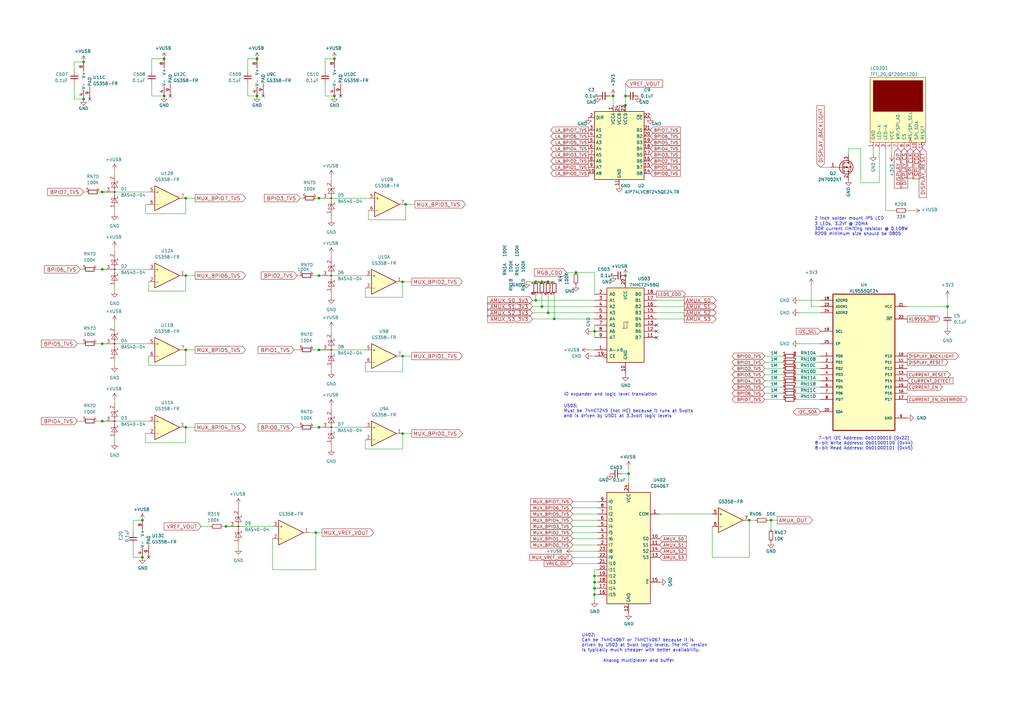
<source format=kicad_sch>
(kicad_sch (version 20231120) (generator "eeschema") (generator_version "8.0")
  (paper "A3")
  (junction (at 243.84 241.3))
  (junction (at 105.41 39.37))
  (junction (at 224.79 115.57))
  (junction (at 243.84 135.89))
  (junction (at 388.62 125.73))
  (junction (at 92.71 215.9))
  (junction (at 76.2 81.28))
  (junction (at 76.2 175.26))
  (junction (at 41.91 172.72))
  (junction (at 219.71 115.57))
  (junction (at 41.91 110.49))
  (junction (at 227.33 130.81))
  (junction (at 41.91 140.97))
  (junction (at 34.29 40.64))
  (junction (at 130.81 81.28))
  (junction (at 58.42 213.36))
  (junction (at 34.29 25.4))
  (junction (at 105.41 24.13))
  (junction (at 130.81 175.26))
  (junction (at 243.84 238.76))
  (junction (at 130.81 143.51))
  (junction (at 166.37 83.82))
  (junction (at 243.84 236.22))
  (junction (at 165.1 177.8))
  (junction (at 236.22 111.76))
  (junction (at 76.2 143.51))
  (junction (at 224.79 128.27))
  (junction (at 257.81 194.31))
  (junction (at 307.34 213.36))
  (junction (at 256.54 39.37))
  (junction (at 222.25 125.73))
  (junction (at 67.31 24.13))
  (junction (at 58.42 228.6))
  (junction (at 130.81 113.03))
  (junction (at 41.91 78.74))
  (junction (at 137.16 24.13))
  (junction (at 243.84 243.84))
  (junction (at 219.71 123.19))
  (junction (at 256.54 43.18))
  (junction (at 222.25 115.57))
  (junction (at 76.2 113.03))
  (junction (at 67.31 39.37))
  (junction (at 316.23 213.36))
  (junction (at 256.54 113.03))
  (junction (at 137.16 39.37))
  (junction (at 129.54 218.44))
  (junction (at 165.1 146.05))
  (junction (at 165.1 115.57))
  (junction (at 251.46 39.37))
  (no_connect (at 36.83 40.64))
  (no_connect (at 139.7 39.37))
  (no_connect (at 60.96 228.6))
  (no_connect (at 269.24 133.35))
  (no_connect (at 269.24 135.89))
  (no_connect (at 69.85 39.37))
  (no_connect (at 107.95 39.37))
  (no_connect (at 269.24 138.43))
  (wire (pts (xy 111.76 233.68) (xy 111.76 220.98)))
  (wire (pts (xy 82.55 215.9) (xy 86.36 215.9)))
  (wire (pts (xy 327.66 123.19) (xy 336.55 123.19)))
  (wire (pts (xy 242.57 146.05) (xy 243.84 146.05)))
  (wire (pts (xy 327.66 128.27) (xy 336.55 128.27)))
  (wire (pts (xy 101.6 24.13) (xy 101.6 29.21)))
  (wire (pts (xy 149.86 184.15) (xy 165.1 184.15)))
  (wire (pts (xy 135.89 134.62) (xy 135.89 135.89)))
  (wire (pts (xy 128.27 175.26) (xy 130.81 175.26)))
  (wire (pts (xy 76.2 81.28) (xy 80.01 81.28)))
  (wire (pts (xy 135.89 152.4) (xy 135.89 151.13)))
  (wire (pts (xy 54.61 213.36) (xy 58.42 213.36)))
  (wire (pts (xy 97.79 207.01) (xy 97.79 208.28)))
  (wire (pts (xy 269.24 125.73) (xy 280.67 125.73)))
  (wire (pts (xy 31.75 140.97) (xy 34.29 140.97)))
  (wire (pts (xy 227.33 130.81) (xy 243.84 130.81)))
  (wire (pts (xy 269.24 130.81) (xy 280.67 130.81)))
  (wire (pts (xy 39.37 172.72) (xy 41.91 172.72)))
  (wire (pts (xy 347.98 60.96) (xy 347.98 63.5)))
  (wire (pts (xy 165.1 121.92) (xy 165.1 115.57)))
  (wire (pts (xy 151.13 86.36) (xy 151.13 90.17)))
  (wire (pts (xy 358.14 60.96) (xy 358.14 63.5)))
  (wire (pts (xy 101.6 34.29) (xy 101.6 39.37)))
  (wire (pts (xy 135.89 72.39) (xy 135.89 73.66)))
  (wire (pts (xy 251.46 39.37) (xy 251.46 43.18)))
  (wire (pts (xy 360.68 60.96) (xy 360.68 74.93)))
  (wire (pts (xy 31.75 172.72) (xy 34.29 172.72)))
  (wire (pts (xy 245.11 233.68) (xy 243.84 233.68)))
  (wire (pts (xy 316.23 217.17) (xy 316.23 213.36)))
  (wire (pts (xy 245.11 241.3) (xy 243.84 241.3)))
  (wire (pts (xy 326.39 158.75) (xy 336.55 158.75)))
  (wire (pts (xy 123.19 81.28) (xy 124.46 81.28)))
  (wire (pts (xy 243.84 120.65) (xy 243.84 111.76)))
  (wire (pts (xy 165.1 115.57) (xy 168.91 115.57)))
  (wire (pts (xy 76.2 181.61) (xy 76.2 175.26)))
  (wire (pts (xy 218.44 123.19) (xy 219.71 123.19)))
  (wire (pts (xy 219.71 120.65) (xy 219.71 123.19)))
  (wire (pts (xy 269.24 128.27) (xy 280.67 128.27)))
  (wire (pts (xy 388.62 134.62) (xy 388.62 133.35)))
  (wire (pts (xy 243.84 241.3) (xy 243.84 243.84)))
  (wire (pts (xy 60.96 115.57) (xy 60.96 119.38)))
  (wire (pts (xy 62.23 39.37) (xy 62.23 34.29)))
  (wire (pts (xy 129.54 218.44) (xy 129.54 233.68)))
  (wire (pts (xy 353.06 74.93) (xy 353.06 60.96)))
  (wire (pts (xy 234.95 205.74) (xy 245.11 205.74)))
  (wire (pts (xy 269.24 123.19) (xy 280.67 123.19)))
  (wire (pts (xy 234.95 208.28) (xy 245.11 208.28)))
  (wire (pts (xy 33.02 110.49) (xy 34.29 110.49)))
  (wire (pts (xy 332.74 125.73) (xy 332.74 116.84)))
  (wire (pts (xy 224.79 120.65) (xy 224.79 128.27)))
  (wire (pts (xy 313.69 163.83) (xy 321.31 163.83)))
  (wire (pts (xy 130.81 143.51) (xy 149.86 143.51)))
  (wire (pts (xy 54.61 228.6) (xy 58.42 228.6)))
  (wire (pts (xy 250.19 39.37) (xy 251.46 39.37)))
  (wire (pts (xy 132.08 218.44) (xy 129.54 218.44)))
  (wire (pts (xy 219.71 115.57) (xy 222.25 115.57)))
  (wire (pts (xy 327.66 140.97) (xy 336.55 140.97)))
  (wire (pts (xy 313.69 148.59) (xy 321.31 148.59)))
  (wire (pts (xy 313.69 161.29) (xy 321.31 161.29)))
  (wire (pts (xy 54.61 218.44) (xy 54.61 213.36)))
  (wire (pts (xy 46.99 87.63) (xy 46.99 86.36)))
  (wire (pts (xy 151.13 90.17) (xy 166.37 90.17)))
  (wire (pts (xy 245.11 236.22) (xy 243.84 236.22)))
  (wire (pts (xy 59.69 83.82) (xy 59.69 87.63)))
  (wire (pts (xy 46.99 181.61) (xy 46.99 180.34)))
  (wire (pts (xy 245.11 243.84) (xy 243.84 243.84)))
  (wire (pts (xy 227.33 120.65) (xy 227.33 130.81)))
  (wire (pts (xy 149.86 180.34) (xy 149.86 184.15)))
  (wire (pts (xy 149.86 118.11) (xy 149.86 121.92)))
  (wire (pts (xy 365.76 60.96) (xy 365.76 63.5)))
  (wire (pts (xy 39.37 140.97) (xy 41.91 140.97)))
  (wire (pts (xy 256.54 39.37) (xy 256.54 43.18)))
  (wire (pts (xy 135.89 104.14) (xy 135.89 105.41)))
  (wire (pts (xy 222.25 120.65) (xy 222.25 125.73)))
  (wire (pts (xy 218.44 125.73) (xy 222.25 125.73)))
  (wire (pts (xy 30.48 40.64) (xy 34.29 40.64)))
  (wire (pts (xy 59.69 181.61) (xy 76.2 181.61)))
  (wire (pts (xy 129.54 81.28) (xy 130.81 81.28)))
  (wire (pts (xy 30.48 34.29) (xy 30.48 40.64)))
  (wire (pts (xy 120.65 143.51) (xy 123.19 143.51)))
  (wire (pts (xy 165.1 177.8) (xy 168.91 177.8)))
  (wire (pts (xy 76.2 119.38) (xy 76.2 113.03)))
  (wire (pts (xy 165.1 146.05) (xy 168.91 146.05)))
  (wire (pts (xy 234.95 231.14) (xy 245.11 231.14)))
  (wire (pts (xy 219.71 123.19) (xy 243.84 123.19)))
  (wire (pts (xy 30.48 29.21) (xy 30.48 25.4)))
  (wire (pts (xy 372.11 86.36) (xy 374.65 86.36)))
  (wire (pts (xy 120.65 175.26) (xy 123.19 175.26)))
  (wire (pts (xy 166.37 90.17) (xy 166.37 83.82)))
  (wire (pts (xy 256.54 34.29) (xy 256.54 39.37)))
  (wire (pts (xy 60.96 149.86) (xy 76.2 149.86)))
  (wire (pts (xy 353.06 60.96) (xy 347.98 60.96)))
  (wire (pts (xy 336.55 125.73) (xy 332.74 125.73)))
  (wire (pts (xy 257.81 191.77) (xy 257.81 194.31)))
  (wire (pts (xy 313.69 151.13) (xy 321.31 151.13)))
  (wire (pts (xy 224.79 128.27) (xy 243.84 128.27)))
  (wire (pts (xy 128.27 113.03) (xy 130.81 113.03)))
  (wire (pts (xy 243.84 238.76) (xy 245.11 238.76)))
  (wire (pts (xy 46.99 119.38) (xy 46.99 118.11)))
  (wire (pts (xy 313.69 153.67) (xy 321.31 153.67)))
  (wire (pts (xy 309.88 213.36) (xy 307.34 213.36)))
  (wire (pts (xy 67.31 39.37) (xy 62.23 39.37)))
  (wire (pts (xy 166.37 83.82) (xy 170.18 83.82)))
  (wire (pts (xy 224.79 115.57) (xy 227.33 115.57)))
  (wire (pts (xy 234.95 228.6) (xy 245.11 228.6)))
  (wire (pts (xy 234.95 210.82) (xy 245.11 210.82)))
  (wire (pts (xy 135.89 121.92) (xy 135.89 120.65)))
  (wire (pts (xy 292.1 215.9) (xy 292.1 228.6)))
  (wire (pts (xy 243.84 238.76) (xy 243.84 241.3)))
  (wire (pts (xy 372.11 125.73) (xy 388.62 125.73)))
  (wire (pts (xy 41.91 78.74) (xy 60.96 78.74)))
  (wire (pts (xy 236.22 111.76) (xy 243.84 111.76)))
  (wire (pts (xy 40.64 78.74) (xy 41.91 78.74)))
  (wire (pts (xy 59.69 177.8) (xy 59.69 181.61)))
  (wire (pts (xy 76.2 113.03) (xy 80.01 113.03)))
  (wire (pts (xy 129.54 218.44) (xy 127 218.44)))
  (wire (pts (xy 307.34 228.6) (xy 307.34 213.36)))
  (wire (pts (xy 218.44 130.81) (xy 227.33 130.81)))
  (wire (pts (xy 97.79 224.79) (xy 97.79 223.52)))
  (wire (pts (xy 243.84 135.89) (xy 243.84 138.43)))
  (wire (pts (xy 241.3 143.51) (xy 243.84 143.51)))
  (wire (pts (xy 243.84 236.22) (xy 243.84 238.76)))
  (wire (pts (xy 360.68 74.93) (xy 353.06 74.93)))
  (wire (pts (xy 59.69 177.8) (xy 60.96 177.8)))
  (wire (pts (xy 130.81 113.03) (xy 149.86 113.03)))
  (wire (pts (xy 130.81 81.28) (xy 151.13 81.28)))
  (wire (pts (xy 76.2 175.26) (xy 80.01 175.26)))
  (wire (pts (xy 76.2 149.86) (xy 76.2 143.51)))
  (wire (pts (xy 60.96 146.05) (xy 60.96 149.86)))
  (wire (pts (xy 149.86 148.59) (xy 149.86 152.4)))
  (wire (pts (xy 128.27 143.51) (xy 130.81 143.51)))
  (wire (pts (xy 313.69 156.21) (xy 321.31 156.21)))
  (wire (pts (xy 135.89 166.37) (xy 135.89 167.64)))
  (wire (pts (xy 62.23 24.13) (xy 67.31 24.13)))
  (wire (pts (xy 59.69 87.63) (xy 76.2 87.63)))
  (wire (pts (xy 149.86 152.4) (xy 165.1 152.4)))
  (wire (pts (xy 165.1 184.15) (xy 165.1 177.8)))
  (wire (pts (xy 326.39 156.21) (xy 336.55 156.21)))
  (wire (pts (xy 215.9 115.57) (xy 219.71 115.57)))
  (wire (pts (xy 39.37 110.49) (xy 41.91 110.49)))
  (wire (pts (xy 30.48 25.4) (xy 34.29 25.4)))
  (wire (pts (xy 336.55 68.58) (xy 340.36 68.58)))
  (wire (pts (xy 234.95 213.36) (xy 245.11 213.36)))
  (wire (pts (xy 121.92 113.03) (xy 123.19 113.03)))
  (wire (pts (xy 165.1 152.4) (xy 165.1 146.05)))
  (wire (pts (xy 54.61 223.52) (xy 54.61 228.6)))
  (wire (pts (xy 129.54 233.68) (xy 111.76 233.68)))
  (wire (pts (xy 326.39 148.59) (xy 336.55 148.59)))
  (wire (pts (xy 388.62 121.92) (xy 388.62 125.73)))
  (wire (pts (xy 314.96 213.36) (xy 316.23 213.36)))
  (wire (pts (xy 41.91 140.97) (xy 60.96 140.97)))
  (wire (pts (xy 46.99 132.08) (xy 46.99 133.35)))
  (wire (pts (xy 316.23 213.36) (xy 318.77 213.36)))
  (wire (pts (xy 60.96 119.38) (xy 76.2 119.38)))
  (wire (pts (xy 92.71 215.9) (xy 111.76 215.9)))
  (wire (pts (xy 101.6 39.37) (xy 105.41 39.37)))
  (wire (pts (xy 222.25 125.73) (xy 243.84 125.73)))
  (wire (pts (xy 254 43.18) (xy 256.54 43.18)))
  (wire (pts (xy 255.27 194.31) (xy 257.81 194.31)))
  (wire (pts (xy 133.35 34.29) (xy 133.35 39.37)))
  (wire (pts (xy 46.99 149.86) (xy 46.99 148.59)))
  (wire (pts (xy 243.84 133.35) (xy 243.84 135.89)))
  (wire (pts (xy 234.95 223.52) (xy 245.11 223.52)))
  (wire (pts (xy 41.91 110.49) (xy 60.96 110.49)))
  (wire (pts (xy 76.2 143.51) (xy 80.01 143.51)))
  (wire (pts (xy 242.57 135.89) (xy 243.84 135.89)))
  (wire (pts (xy 133.35 39.37) (xy 137.16 39.37)))
  (wire (pts (xy 234.95 226.06) (xy 245.11 226.06)))
  (wire (pts (xy 232.41 111.76) (xy 236.22 111.76)))
  (wire (pts (xy 257.81 198.12) (xy 257.81 194.31)))
  (wire (pts (xy 234.95 218.44) (xy 245.11 218.44)))
  (wire (pts (xy 62.23 29.21) (xy 62.23 24.13)))
  (wire (pts (xy 270.51 210.82) (xy 292.1 210.82)))
  (wire (pts (xy 149.86 121.92) (xy 165.1 121.92)))
  (wire (pts (xy 234.95 220.98) (xy 245.11 220.98)))
  (wire (pts (xy 222.25 115.57) (xy 224.79 115.57)))
  (wire (pts (xy 292.1 228.6) (xy 307.34 228.6)))
  (wire (pts (xy 326.39 151.13) (xy 336.55 151.13)))
  (wire (pts (xy 363.22 60.96) (xy 363.22 86.36)))
  (wire (pts (xy 326.39 163.83) (xy 336.55 163.83)))
  (wire (pts (xy 135.89 90.17) (xy 135.89 88.9)))
  (wire (pts (xy 133.35 24.13) (xy 133.35 29.21)))
  (wire (pts (xy 218.44 128.27) (xy 224.79 128.27)))
  (wire (pts (xy 313.69 146.05) (xy 321.31 146.05)))
  (wire (pts (xy 135.89 184.15) (xy 135.89 182.88)))
  (wire (pts (xy 105.41 24.13) (xy 101.6 24.13)))
  (wire (pts (xy 137.16 24.13) (xy 133.35 24.13)))
  (wire (pts (xy 326.39 161.29) (xy 336.55 161.29)))
  (wire (pts (xy 41.91 172.72) (xy 60.96 172.72)))
  (wire (pts (xy 46.99 69.85) (xy 46.99 71.12)))
  (wire (pts (xy 91.44 215.9) (xy 92.71 215.9)))
  (wire (pts (xy 34.29 78.74) (xy 35.56 78.74)))
  (wire (pts (xy 326.39 153.67) (xy 336.55 153.67)))
  (wire (pts (xy 243.84 233.68) (xy 243.84 236.22)))
  (wire (pts (xy 76.2 87.63) (xy 76.2 81.28)))
  (wire (pts (xy 130.81 175.26) (xy 149.86 175.26)))
  (wire (pts (xy 326.39 146.05) (xy 336.55 146.05)))
  (wire (pts (xy 388.62 128.27) (xy 388.62 125.73)))
  (wire (pts (xy 234.95 215.9) (xy 245.11 215.9)))
  (wire (pts (xy 46.99 163.83) (xy 46.99 165.1)))
  (wire (pts (xy 367.03 86.36) (xy 363.22 86.36)))
  (wire (pts (xy 46.99 101.6) (xy 46.99 102.87)))
  (wire (pts (xy 313.69 158.75) (xy 321.31 158.75)))
  (wire (pts (xy 59.69 83.82) (xy 60.96 83.82)))
  (wire (pts (xy 243.84 243.84) (xy 243.84 246.38)))
  (text "7-bit I2C Address: 0b0100010 (0x22)\n8-bit Write Address: 0b01000100 (0x44)\n8-bit Read Address: 0b01000101 (0x45)" (at 354.33 181.864 0) (effects (font (size 1.27 1.27))))
  (text "IO expander and logic level translation" (at 231.14 162.56 0) (effects (font (size 1.27 1.27)) (justify left bottom)))
  (text "Analog multiplexer and buffer" (at 247.396 271.78 0) (effects (font (size 1.27 1.27)) (justify left bottom)))
  (text "U402:\nCan be 74HC4067 or 74HCT4067 because it is \ndriven by U503 at 5volt logic levels. The HC version \nis typically much cheaper with better availability." (at 238.506 267.462 0) (effects (font (size 1.27 1.27)) (justify left bottom)))
  (text "3 LEDs, 3.2Vf @ 20mA\n30R current limiting resistor @ 0.108W\nR209 minimum size should be 0805" (at 334.01 96.774 0) (effects (font (size 1.27 1.27)) (justify left bottom)))
  (text "2 inch solder mount IPS LCD" (at 334.01 90.424 0) (effects (font (size 1.27 1.27)) (justify left bottom)))
  (text "U503:\nMust be 74HCT245 (not HC) because it runs at 5volts\nand is driven by U501 at 3.3volt logic levels" (at 231.14 171.45 0) (effects (font (size 1.27 1.27)) (justify left bottom)))
  (global_label "MUX_VREF_VOUT" (shape input) (at 234.95 228.6 180) (property "Intersheetrefs" "${INTERSHEET_REFS}" (effects (hide yes))))
  (global_label "AMUX_S3" (shape input) (at 270.51 228.6 0) (property "Intersheetrefs" "${INTERSHEET_REFS}" (effects (hide yes))))
  (global_label "BPIO7_TVS" (shape input) (at 266.7 53.34 0) (property "Intersheetrefs" "${INTERSHEET_REFS}" (effects (hide yes))))
  (global_label "AMUX_S3" (shape output) (at 280.67 130.81 0) (effects (font (size 1.524 1.524))) (property "Intersheetrefs" "${INTERSHEET_REFS}" (effects (hide yes))))
  (global_label "CURRENT_RESET" (shape output) (at 372.11 153.67 0) (property "Intersheetrefs" "${INTERSHEET_REFS}" (effects (hide yes))))
  (global_label "AMUX_S2" (shape input) (at 270.51 226.06 0) (property "Intersheetrefs" "${INTERSHEET_REFS}" (effects (hide yes))))
  (global_label "BPIO4_TVS" (shape input) (at 266.7 60.96 0) (property "Intersheetrefs" "${INTERSHEET_REFS}" (effects (hide yes))))
  (global_label "MUX_BPIO5_TVS" (shape input) (at 234.95 210.82 180) (property "Intersheetrefs" "${INTERSHEET_REFS}" (effects (hide yes))))
  (global_label "BPIO4_TVS" (shape bidirectional) (at 313.69 156.21 180) (property "Intersheetrefs" "${INTERSHEET_REFS}" (effects (hide yes))))
  (global_label "BPIO0_TVS" (shape input) (at 120.65 175.26 180) (effects (font (size 1.524 1.524))) (property "Intersheetrefs" "${INTERSHEET_REFS}" (effects (hide yes))))
  (global_label "CURRENT_DETECT" (shape input) (at 372.11 156.21 0) (property "Intersheetrefs" "${INTERSHEET_REFS}" (effects (hide yes))))
  (global_label "BPIO1_TVS" (shape input) (at 120.65 143.51 180) (effects (font (size 1.524 1.524))) (property "Intersheetrefs" "${INTERSHEET_REFS}" (effects (hide yes))))
  (global_label "MUX_VREF_VOUT" (shape output) (at 132.08 218.44 0) (effects (font (size 1.524 1.524))) (property "Intersheetrefs" "${INTERSHEET_REFS}" (effects (hide yes))))
  (global_label "VREF_VOUT" (shape input) (at 256.54 34.29 0) (effects (font (size 1.524 1.524))) (property "Intersheetrefs" "${INTERSHEET_REFS}" (effects (hide yes))))
  (global_label "MUX_BPIO4_TVS" (shape input) (at 234.95 213.36 180) (property "Intersheetrefs" "${INTERSHEET_REFS}" (effects (hide yes))))
  (global_label "LA_BPIO0_TVS" (shape output) (at 241.3 71.12 180) (property "Intersheetrefs" "${INTERSHEET_REFS}" (effects (hide yes))))
  (global_label "LEDS_CDO" (shape output) (at 269.24 120.65 0) (property "Intersheetrefs" "${INTERSHEET_REFS}" (effects (hide yes))))
  (global_label "MUX_BPIO4_TVS" (shape output) (at 80.01 175.26 0) (effects (font (size 1.524 1.524))) (property "Intersheetrefs" "${INTERSHEET_REFS}" (effects (hide yes))))
  (global_label "MUX_BPIO3_TVS" (shape output) (at 170.18 83.82 0) (effects (font (size 1.524 1.524))) (property "Intersheetrefs" "${INTERSHEET_REFS}" (effects (hide yes))))
  (global_label "VREG_OUT" (shape input) (at 234.95 231.14 180) (property "Intersheetrefs" "${INTERSHEET_REFS}" (effects (hide yes))))
  (global_label "MUX_BPIO2_TVS" (shape output) (at 168.91 115.57 0) (effects (font (size 1.524 1.524))) (property "Intersheetrefs" "${INTERSHEET_REFS}" (effects (hide yes))))
  (global_label "MUX_BPIO2_TVS" (shape input) (at 234.95 218.44 180) (property "Intersheetrefs" "${INTERSHEET_REFS}" (effects (hide yes))))
  (global_label "BPIO1_TVS" (shape input) (at 266.7 68.58 0) (property "Intersheetrefs" "${INTERSHEET_REFS}" (effects (hide yes))))
  (global_label "BPIO2_TVS" (shape input) (at 121.92 113.03 180) (effects (font (size 1.524 1.524))) (property "Intersheetrefs" "${INTERSHEET_REFS}" (effects (hide yes))))
  (global_label "MUX_BPIO6_TVS" (shape output) (at 80.01 113.03 0) (effects (font (size 1.524 1.524))) (property "Intersheetrefs" "${INTERSHEET_REFS}" (effects (hide yes))))
  (global_label "DISPLAY_BACKLIGHT" (shape input) (at 336.55 68.58 90) (effects (font (size 1.524 1.524))) (property "Intersheetrefs" "${INTERSHEET_REFS}" (effects (hide yes))))
  (global_label "BPIO6_TVS" (shape bidirectional) (at 313.69 161.29 180) (property "Intersheetrefs" "${INTERSHEET_REFS}" (effects (hide yes))))
  (global_label "BPIO7_TVS" (shape bidirectional) (at 313.69 163.83 180) (property "Intersheetrefs" "${INTERSHEET_REFS}" (effects (hide yes))))
  (global_label "BPIO3_TVS" (shape input) (at 123.19 81.28 180) (effects (font (size 1.524 1.524))) (property "Intersheetrefs" "${INTERSHEET_REFS}" (effects (hide yes))))
  (global_label "SPI_CDO" (shape input) (at 375.92 60.96 270) (effects (font (size 1.524 1.524))) (property "Intersheetrefs" "${INTERSHEET_REFS}" (effects (hide yes))))
  (global_label "LA_BPIO6_TVS" (shape output) (at 241.3 55.88 180) (property "Intersheetrefs" "${INTERSHEET_REFS}" (effects (hide yes))))
  (global_label "MUX_BPIO3_TVS" (shape input) (at 234.95 215.9 180) (property "Intersheetrefs" "${INTERSHEET_REFS}" (effects (hide yes))))
  (global_label "MUX_BPIO7_TVS" (shape output) (at 80.01 81.28 0) (effects (font (size 1.524 1.524))) (property "Intersheetrefs" "${INTERSHEET_REFS}" (effects (hide yes))))
  (global_label "BPIO6_TVS" (shape input) (at 33.02 110.49 180) (effects (font (size 1.524 1.524))) (property "Intersheetrefs" "${INTERSHEET_REFS}" (effects (hide yes))))
  (global_label "DISPLAY_RESET" (shape output) (at 372.11 148.59 0) (property "Intersheetrefs" "${INTERSHEET_REFS}" (effects (hide yes))))
  (global_label "VREF_VOUT" (shape input) (at 82.55 215.9 180) (effects (font (size 1.524 1.524))) (property "Intersheetrefs" "${INTERSHEET_REFS}" (effects (hide yes))))
  (global_label "LA_BPIO1_TVS" (shape output) (at 241.3 68.58 180) (property "Intersheetrefs" "${INTERSHEET_REFS}" (effects (hide yes))))
  (global_label "MUX_BPIO0_TVS" (shape input) (at 234.95 223.52 180) (property "Intersheetrefs" "${INTERSHEET_REFS}" (effects (hide yes))))
  (global_label "AMUX_OUT" (shape output) (at 318.77 213.36 0) (effects (font (size 1.524 1.524))) (property "Intersheetrefs" "${INTERSHEET_REFS}" (effects (hide yes))))
  (global_label "MUX_BPIO0_TVS" (shape output) (at 168.91 177.8 0) (effects (font (size 1.524 1.524))) (property "Intersheetrefs" "${INTERSHEET_REFS}" (effects (hide yes))))
  (global_label "BPIO5_TVS" (shape input) (at 31.75 140.97 180) (effects (font (size 1.524 1.524))) (property "Intersheetrefs" "${INTERSHEET_REFS}" (effects (hide yes))))
  (global_label "RGB_CDO" (shape input) (at 232.41 111.76 180) (effects (font (size 1.524 1.524))) (property "Intersheetrefs" "${INTERSHEET_REFS}" (effects (hide yes))))
  (global_label "DISPLAY_RESET" (shape input) (at 378.46 60.96 270) (effects (font (size 1.524 1.524))) (property "Intersheetrefs" "${INTERSHEET_REFS}" (effects (hide yes))))
  (global_label "BPIO7_TVS" (shape input) (at 34.29 78.74 180) (effects (font (size 1.524 1.524))) (property "Intersheetrefs" "${INTERSHEET_REFS}" (effects (hide yes))))
  (global_label "SPI_CLK" (shape input) (at 373.38 60.96 270) (effects (font (size 1.524 1.524))) (property "Intersheetrefs" "${INTERSHEET_REFS}" (effects (hide yes))))
  (global_label "MUX_BPIO6_TVS" (shape input) (at 234.95 208.28 180) (property "Intersheetrefs" "${INTERSHEET_REFS}" (effects (hide yes))))
  (global_label "AMUX_S0_3V3" (shape input) (at 218.44 123.19 180) (effects (font (size 1.524 1.524))) (property "Intersheetrefs" "${INTERSHEET_REFS}" (effects (hide yes))))
  (global_label "LA_BPIO7_TVS" (shape output) (at 241.3 53.34 180) (property "Intersheetrefs" "${INTERSHEET_REFS}" (effects (hide yes))))
  (global_label "I2C_SDA" (shape bidirectional) (at 336.55 168.91 180) (property "Intersheetrefs" "${INTERSHEET_REFS}" (effects (hide yes))))
  (global_label "AMUX_S1_3V3" (shape input) (at 218.44 125.73 180) (effects (font (size 1.524 1.524))) (property "Intersheetrefs" "${INTERSHEET_REFS}" (effects (hide yes))))
  (global_label "BPIO5_TVS" (shape input) (at 266.7 58.42 0) (property "Intersheetrefs" "${INTERSHEET_REFS}" (effects (hide yes))))
  (global_label "LA_BPIO5_TVS" (shape output) (at 241.3 58.42 180) (property "Intersheetrefs" "${INTERSHEET_REFS}" (effects (hide yes))))
  (global_label "CURRENT_EN_OVERRIDE" (shape output) (at 372.11 163.83 0) (property "Intersheetrefs" "${INTERSHEET_REFS}" (effects (hide yes))))
  (global_label "BPIO2_TVS" (shape bidirectional) (at 313.69 151.13 180) (property "Intersheetrefs" "${INTERSHEET_REFS}" (effects (hide yes))))
  (global_label "MUX_BPIO7_TVS" (shape input) (at 234.95 205.74 180) (property "Intersheetrefs" "${INTERSHEET_REFS}" (effects (hide yes))))
  (global_label "BPIO1_TVS" (shape bidirectional) (at 313.69 148.59 180) (property "Intersheetrefs" "${INTERSHEET_REFS}" (effects (hide yes))))
  (global_label "DISPLAY_BACKLIGHT" (shape output) (at 372.11 146.05 0) (property "Intersheetrefs" "${INTERSHEET_REFS}" (effects (hide yes))))
  (global_label "LA_BPIO2_TVS" (shape output) (at 241.3 66.04 180) (property "Intersheetrefs" "${INTERSHEET_REFS}" (effects (hide yes))))
  (global_label "DISPLAY_DP" (shape input) (at 368.3 60.96 270) (effects (font (size 1.524 1.524))) (property "Intersheetrefs" "${INTERSHEET_REFS}" (effects (hide yes))))
  (global_label "AMUX_S0" (shape input) (at 270.51 220.98 0) (property "Intersheetrefs" "${INTERSHEET_REFS}" (effects (hide yes))))
  (global_label "BPIO3_TVS" (shape bidirectional) (at 313.69 153.67 180) (property "Intersheetrefs" "${INTERSHEET_REFS}" (effects (hide yes))))
  (global_label "AMUX_S1" (shape output) (at 280.67 125.73 0) (effects (font (size 1.524 1.524))) (property "Intersheetrefs" "${INTERSHEET_REFS}" (effects (hide yes))))
  (global_label "MUX_BPIO1_TVS" (shape input) (at 234.95 220.98 180) (property "Intersheetrefs" "${INTERSHEET_REFS}" (effects (hide yes))))
  (global_label "CURRENT_EN" (shape output) (at 372.11 158.75 0) (property "Intersheetrefs" "${INTERSHEET_REFS}" (effects (hide yes))))
  (global_label "BPIO5_TVS" (shape bidirectional) (at 313.69 158.75 180) (property "Intersheetrefs" "${INTERSHEET_REFS}" (effects (hide yes))))
  (global_label "AMUX_S2_3V3" (shape input) (at 218.44 128.27 180) (effects (font (size 1.524 1.524))) (property "Intersheetrefs" "${INTERSHEET_REFS}" (effects (hide yes))))
  (global_label "LA_BPIO3_TVS" (shape output) (at 241.3 63.5 180) (property "Intersheetrefs" "${INTERSHEET_REFS}" (effects (hide yes))))
  (global_label "BPIO6_TVS" (shape input) (at 266.7 55.88 0) (property "Intersheetrefs" "${INTERSHEET_REFS}" (effects (hide yes))))
  (global_label "BPIO0_TVS" (shape input) (at 266.7 71.12 0) (property "Intersheetrefs" "${INTERSHEET_REFS}" (effects (hide yes))))
  (global_label "XL9555_~{INT}" (shape output) (at 372.11 130.81 0) (property "Intersheetrefs" "${INTERSHEET_REFS}" (effects (hide yes))))
  (global_label "AMUX_S2" (shape output) (at 280.67 128.27 0) (effects (font (size 1.524 1.524))) (property "Intersheetrefs" "${INTERSHEET_REFS}" (effects (hide yes))))
  (global_label "BPIO3_TVS" (shape input) (at 266.7 63.5 0) (property "Intersheetrefs" "${INTERSHEET_REFS}" (effects (hide yes))))
  (global_label "MUX_BPIO5_TVS" (shape output) (at 80.01 143.51 0) (effects (font (size 1.524 1.524))) (property "Intersheetrefs" "${INTERSHEET_REFS}" (effects (hide yes))))
  (global_label "AMUX_S0" (shape output) (at 280.67 123.19 0) (effects (font (size 1.524 1.524))) (property "Intersheetrefs" "${INTERSHEET_REFS}" (effects (hide yes))))
  (global_label "DISPLAY_CS" (shape input) (at 370.84 60.96 270) (effects (font (size 1.524 1.524))) (property "Intersheetrefs" "${INTERSHEET_REFS}" (effects (hide yes))))
  (global_label "MUX_BPIO1_TVS" (shape output) (at 168.91 146.05 0) (effects (font (size 1.524 1.524))) (property "Intersheetrefs" "${INTERSHEET_REFS}" (effects (hide yes))))
  (global_label "AMUX_S1" (shape input) (at 270.51 223.52 0) (property "Intersheetrefs" "${INTERSHEET_REFS}" (effects (hide yes))))
  (global_label "AMUX_S3_3V3" (shape input) (at 218.44 130.81 180) (effects (font (size 1.524 1.524))) (property "Intersheetrefs" "${INTERSHEET_REFS}" (effects (hide yes))))
  (global_label "BPIO0_TVS" (shape bidirectional) (at 313.69 146.05 180) (property "Intersheetrefs" "${INTERSHEET_REFS}" (effects (hide yes))))
  (global_label "LA_BPIO4_TVS" (shape output) (at 241.3 60.96 180) (property "Intersheetrefs" "${INTERSHEET_REFS}" (effects (hide yes))))
  (global_label "BPIO4_TVS" (shape input) (at 31.75 172.72 180) (effects (font (size 1.524 1.524))) (property "Intersheetrefs" "${INTERSHEET_REFS}" (effects (hide yes))))
  (global_label "BPIO2_TVS" (shape input) (at 266.7 66.04 0) (property "Intersheetrefs" "${INTERSHEET_REFS}" (effects (hide yes))))
  (global_label "I2C_SCL" (shape input) (at 336.55 135.89 180) (property "Intersheetrefs" "${INTERSHEET_REFS}" (effects (hide yes))))
  (symbol (lib_id "Device:R_Small") (at 312.42 213.36 90) (unit 1)
    (property "Reference" "R406" (at 309.88 210.82 90))
    (property "Value" "10K" (at 316.23 210.82 90))
    (property "Footprint" "Resistor_SMD:R_0402_1005Metric" (effects (hide yes)))
    (property "RMB" "0.004864" (effects (hide yes)))
    (property "Supplier" "https://item.szlcsc.com/61542.html" (effects (hide yes)))
    (property "szlcsc_partnumber" "C25744" (effects (hide yes)))
    (property "szlcsc_url" "https://item.szlcsc.com/26487.html?fromZone=s_s__%252210K%25200402%2522&spm=sc.gb.xh1.zy.n___sc.gb.hd.ss&lcsc_vid=RlENUlJWE1QKBlBWRAVaUFNTT1leBQZXRFNcVAVQQVAxVlNSRFRcV1ZTQFNZVDsOAxUeFF5JWAgaAglIBBsCBBcFWQIBCks%3D" (effects (hide yes)))
  )
  (symbol (lib_id "power:GND") (at 257.81 251.46 0) (unit 1)
    (property "Reference" "#PWR0409" (effects (hide yes)))
    (property "Value" "GND" (at 257.937 255.8542 0))
  )
  (symbol (lib_id "Device:C_Small") (at 252.73 194.31 90) (unit 1)
    (property "Reference" "C403" (at 252.73 191.77 90))
    (property "Value" "0.1uF" (at 254 196.85 90))
    (property "Footprint" "Capacitor_SMD:C_0402_1005Metric" (effects (hide yes)))
    (property "RMB" "0.00628" (effects (hide yes)))
    (property "Supplier" "https://item.szlcsc.com/1877.html" (effects (hide yes)))
    (property "szlcsc_partnumber" "C1525" (effects (hide yes)))
    (property "szlcsc_url" "https://item.szlcsc.com/1877.html?fromZone=s_s__%25220.1uF%25200402%2522&spm=sc.gb.xh2.zy.n&lcsc_vid=RlENUlJWE1QKBlBWRAVaUFNTT1leBQZXRFNcVAVQQVAxVlNSRFRfXlBUQ1ZeVzsOAxUeFF5JWAgaAglIBBsCBBcFWQIBCks%3D" (effects (hide yes)))
  )
  (symbol (lib_id "power:GND") (at 250.19 194.31 0) (unit 1)
    (property "Reference" "#PWR0407" (effects (hide yes)))
    (property "Value" "GND" (at 247.65 196.85 0))
  )
  (symbol (lib_id "74xx:CD74HC4067M") (at 257.81 223.52 0) (mirror y) (unit 1)
    (property "Reference" "U402" (at 270.51 196.85 0))
    (property "Value" "CD4067" (at 270.51 199.39 0))
    (property "Footprint" "Package_SO:TSSOP-24_4.4x7.8mm_P0.65mm" (effects (hide yes)))
    (property "Datasheet" "http://www.ti.com/lit/ds/symlink/cd74hc4067.pdf" (effects (hide yes)))
    (property "Supplier" "https://eu.mouser.com/ProductDetail/Nexperia/74HCT4067PW118" (effects (hide yes)))
    (property "USD" "0.762" (effects (hide yes)))
  )
  (symbol (lib_id "dp-power:+VUSB") (at 257.81 191.77 0) (unit 1)
    (property "Reference" "#PWR0408" (effects (hide yes)))
    (property "Value" "+VUSB" (at 257.429 187.3758 0))
  )
  (symbol (lib_id "Device:R_Small") (at 316.23 219.71 180) (unit 1)
    (property "Reference" "R407" (at 317.5 218.44 0) (effects (justify right)))
    (property "Value" "10K" (at 317.5 220.98 0) (effects (justify right)))
    (property "Footprint" "Resistor_SMD:R_0402_1005Metric" (effects (hide yes)))
    (property "RMB" "0.004864" (effects (hide yes)))
    (property "Supplier" "https://item.szlcsc.com/61542.html" (effects (hide yes)))
    (property "szlcsc_partnumber" "C25744" (effects (hide yes)))
    (property "szlcsc_url" "https://item.szlcsc.com/26487.html?fromZone=s_s__%252210K%25200402%2522&spm=sc.gb.xh1.zy.n___sc.gb.hd.ss&lcsc_vid=RlENUlJWE1QKBlBWRAVaUFNTT1leBQZXRFNcVAVQQVAxVlNSRFRcV1ZTQFNZVDsOAxUeFF5JWAgaAglIBBsCBBcFWQIBCks%3D" (effects (hide yes)))
  )
  (symbol (lib_id "power:GND") (at 316.23 222.25 0) (unit 1)
    (property "Reference" "#PWR0420" (effects (hide yes)))
    (property "Value" "GND" (at 316.23 226.06 0))
  )
  (symbol (lib_id "power:GND") (at 358.14 63.5 0) (unit 1)
    (property "Reference" "#PWR0212" (effects (hide yes)))
    (property "Value" "GND" (at 358.14 68.58 90))
  )
  (symbol (lib_id "Device:R_Small") (at 369.57 86.36 270) (unit 1)
    (property "Reference" "R209" (at 369.316 83.82 90))
    (property "Value" "33R" (at 369.57 88.9 90))
    (property "Footprint" "Resistor_SMD:R_0805_2012Metric" (effects (hide yes)))
    (property "RMB" "0.019315" (effects (hide yes)))
    (property "Supplier" "https://item.szlcsc.com/139271.html" (effects (hide yes)))
    (property "szlcsc_partnumber" "C17634" (effects (hide yes)))
    (property "szlcsc_url" "https://item.szlcsc.com/18322.html?fromZone=s_s__%252233R%25200805%2522&spm=sc.gb.xh1.zy.n___sc.gb.hd.ss&lcsc_vid=RlENUlJWE1QKBlBWRAVaUFNTT1leBQZXRFNcVAVQQVAxVlNSRFRcV1ZTQFNZVDsOAxUeFF5JWAgaAglIBBsCBBcFWQIBCks%3D" (effects (hide yes)))
  )
  (symbol (lib_id "power:GND") (at 347.98 73.66 0) (unit 1)
    (property "Reference" "#PWR0211" (effects (hide yes)))
    (property "Value" "GND" (at 347.98 78.74 90))
  )
  (symbol (lib_id "power:+3V3") (at 365.76 63.5 180) (unit 1)
    (property "Reference" "#PWR0214" (effects (hide yes)))
    (property "Value" "+3V3" (at 365.76 69.85 90))
  )
  (symbol (lib_id "dp-power:+VUSB") (at 374.65 86.36 270) (unit 1)
    (property "Reference" "#PWR0213" (effects (hide yes)))
    (property "Value" "+VUSB" (at 377.8758 85.979 90) (effects (justify left)))
  )
  (symbol (lib_id "dp-power:+VUSB") (at 234.95 226.06 90) (unit 1)
    (property "Reference" "#PWR0406" (effects (hide yes)))
    (property "Value" "+VUSB" (at 227.33 226.06 90))
  )
  (symbol (lib_id "power:GND") (at 256.54 153.67 0) (unit 1)
    (property "Reference" "#PWR0512" (effects (hide yes)))
    (property "Value" "GND" (at 256.667 158.0642 0))
  )
  (symbol (lib_id "74xx:74HC245") (at 256.54 133.35 0) (unit 1)
    (property "Reference" "U503" (at 264.16 114.3 0))
    (property "Value" "74HCT245BQ" (at 264.16 116.84 0))
    (property "Footprint" "Package_DFN_QFN:DHVQFN-20-1EP_2.5x4.5mm_P0.5mm_EP1x3mm" (effects (hide yes)))
    (property "Datasheet" "http://www.ti.com/lit/gpn/sn74HC245" (effects (hide yes)))
  )
  (symbol (lib_id "dp-power:+VUSB") (at 256.54 113.03 0) (unit 1)
    (property "Reference" "#PWR0511" (effects (hide yes)))
    (property "Value" "+VUSB" (at 254 109.22 0))
  )
  (symbol (lib_id "Device:C_Small") (at 254 113.03 90) (unit 1)
    (property "Reference" "C503" (at 247.65 110.49 90))
    (property "Value" "0.1uF" (at 248.92 113.03 90))
    (property "Footprint" "Capacitor_SMD:C_0402_1005Metric" (effects (hide yes)))
    (property "RMB" "0.00628" (effects (hide yes)))
    (property "Supplier" "https://item.szlcsc.com/1877.html" (effects (hide yes)))
    (property "szlcsc_partnumber" "C1525" (effects (hide yes)))
    (property "szlcsc_url" "https://item.szlcsc.com/1877.html?fromZone=s_s__%25220.1uF%25200402%2522&spm=sc.gb.xh2.zy.n&lcsc_vid=RlENUlJWE1QKBlBWRAVaUFNTT1leBQZXRFNcVAVQQVAxVlNSRFRfXlBUQ1ZeVzsOAxUeFF5JWAgaAglIBBsCBBcFWQIBCks%3D" (effects (hide yes)))
  )
  (symbol (lib_id "power:GND") (at 251.46 113.03 0) (unit 1)
    (property "Reference" "#PWR0510" (effects (hide yes)))
    (property "Value" "GND" (at 248.92 115.57 0))
  )
  (symbol (lib_id "dp-power:+VUSB") (at 241.3 143.51 90) (unit 1)
    (property "Reference" "#PWR0509" (effects (hide yes)))
    (property "Value" "+VUSB" (at 234.442 143.51 90))
  )
  (symbol (lib_id "power:GND") (at 242.57 135.89 270) (unit 1)
    (property "Reference" "#PWR0108" (effects (hide yes)))
    (property "Value" "GND" (at 241.3 132.08 0))
  )
  (symbol (lib_id "dp-lcd:TFT_20_QT200H1201") (at 368.3 39.37 0) (unit 1)
    (property "Reference" "LCD201" (at 356.87 27.94 0) (effects (justify left)))
    (property "Value" "TFT_20_QT200H1201" (at 356.87 30.48 0) (effects (justify left)))
    (property "Footprint" "dp-lcd:TFT_20_QT200H1201" (effects (hide yes)))
  )
  (symbol (lib_id "power:GND") (at 243.84 246.38 0) (unit 1)
    (property "Reference" "#PWR0131" (effects (hide yes)))
    (property "Value" "GND" (at 243.967 250.7742 0))
  )
  (symbol (lib_id "Device:C_Small") (at 62.23 31.75 180) (unit 1)
    (property "Reference" "C508" (at 59.69 30.4735 0) (effects (justify left)))
    (property "Value" "0.1uF" (at 59.69 33.0135 0) (effects (justify left)))
    (property "Footprint" "Capacitor_SMD:C_0402_1005Metric" (effects (hide yes)))
    (property "RMB" "0.00628" (effects (hide yes)))
    (property "Supplier" "https://item.szlcsc.com/1877.html" (effects (hide yes)))
    (property "szlcsc_partnumber" "C1525" (effects (hide yes)))
    (property "szlcsc_url" "https://item.szlcsc.com/1877.html?fromZone=s_s__%25220.1uF%25200402%2522&spm=sc.gb.xh2.zy.n&lcsc_vid=RlENUlJWE1QKBlBWRAVaUFNTT1leBQZXRFNcVAVQQVAxVlNSRFRfXlBUQ1ZeVzsOAxUeFF5JWAgaAglIBBsCBBcFWQIBCks%3D" (effects (hide yes)))
  )
  (symbol (lib_id "power:+3V3") (at 388.62 121.92 0) (unit 1)
    (property "Reference" "#PWR047" (effects (hide yes)))
    (property "Value" "+3V3" (at 388.62 116.84 0))
  )
  (symbol (lib_id "power:GND") (at 327.66 128.27 270) (unit 1)
    (property "Reference" "#PWR048" (effects (hide yes)))
    (property "Value" "GND" (at 323.85 128.2699 90) (effects (justify right)))
  )
  (symbol (lib_id "dp-rarray:R_Array") (at 125.73 175.26 270) (unit 4)
    (property "Reference" "RN?" (at 125.73 168.91 90))
    (property "Value" "100K" (at 125.73 171.45 90))
    (property "Footprint" "Resistor_SMD:R_Array_Convex_4x0402" (effects (hide yes)))
    (property "Datasheet" "http://www.vishay.com/docs/31509/csc.pdf" (effects (hide yes)))
    (property "RMB" "0.034572" (effects (hide yes)))
    (property "Supplier" "https://item.szlcsc.com/45893.html" (effects (hide yes)))
    (property "szlcsc_partnumber" "C25724" (effects (hide yes)))
    (property "szlcsc_url" "https://item.szlcsc.com/26467.html?fromZone=s_s__%2522100K%25200402x4%2522&spm=sc.gb.xh1.zy.n___sc.gb.hd.ss&lcsc_vid=RlENUlJWE1QKBlBWRAVaUFNTT1leBQZXRFNcVAVQQVAxVlNSRFRcV1ZTQFNZVDsOAxUeFF5JWAgaAglIBBsCBBcFWQIBCks%3D" (effects (hide yes)))
    (instances (project "REV0" (path "" (reference "RN?") (unit 4)) (path "" (reference "RN318") (unit 4))))
  )
  (symbol (lib_id "power:GND") (at 97.79 224.79 0) (unit 1)
    (property "Reference" "#PWR089" (effects (hide yes)))
    (property "Value" "GND" (at 97.79 229.87 0))
  )
  (symbol (lib_id "power:GND") (at 34.29 40.64 0) (unit 1)
    (property "Reference" "#PWR070" (effects (hide yes)))
    (property "Value" "GND" (at 34.29 44.45 0))
  )
  (symbol (lib_id "power:GND") (at 270.51 238.76 90) (unit 1)
    (property "Reference" "#PWR034" (effects (hide yes)))
    (property "Value" "GND" (at 274.9042 238.633 0))
  )
  (symbol (lib_id "Diode:BAS40-04") (at 95.25 215.9 270) (mirror x) (unit 1)
    (property "Reference" "D9" (at 100.33 214.6299 90) (effects (justify left)))
    (property "Value" "BAS40-04" (at 100.33 217.1699 90) (effects (justify left)))
    (property "Footprint" "library:SOT-523" (effects (hide yes)))
    (property "Datasheet" "http://www.vishay.com/docs/85701/bas40v.pdf" (effects (hide yes)))
    (property "Description" "40V 0.2A Dual Small Signal Schottky Diodes" (effects (hide yes)))
    (property "szlcsc_partnumber" "C21714097" (effects (hide yes)))
    (property "szlcsc_url" "https://item.szlcsc.com/23141008.html?fromZone=s_s__%2522BAS40-04%25200402%2522&spm=sc.gb.xh2.zy.n___sc.gb.hd.ss&lcsc_vid=RlENUlJWE1QKBlBWRAVaUFNTT1leBQZXRFNcVAVQQVAxVlNSRFRfXlBUQ1ZeVzsOAxUeFF5JWAgaAglIBBsCBBcFWQIBCks%3D" (effects (hide yes)))
  )
  (symbol (lib_id "power:GND") (at 372.11 171.45 90) (unit 1)
    (property "Reference" "#PWR045" (effects (hide yes)))
    (property "Value" "GND" (at 375.92 171.4499 90) (effects (justify right)))
  )
  (symbol (lib_id "power:GND") (at 241.3 48.26 0) (unit 1)
    (property "Reference" "#PWR023" (effects (hide yes)))
    (property "Value" "GND" (at 238.76 50.8 0))
  )
  (symbol (lib_id "Transistor_FET:BSS138") (at 345.44 68.58 0) (unit 1)
    (property "Reference" "Q2" (at 341.63 71.12 0))
    (property "Value" "2N7002KT" (at 340.36 73.66 0))
    (property "Footprint" "library:SOT-523" (effects (hide yes)))
    (property "Datasheet" "https://www.onsemi.com/download/data-sheet/pdf/2n7002t-d.pdf" (effects (hide yes)))
    (property "RMB" "0.140017" (effects (hide yes)))
    (property "Supplier" "https://item.szlcsc.com/544697.html" (effects (hide yes)))
    (property "MANUFACTURER" "CBI" (effects (hide yes)))
    (property "szlcsc_partnumber" "C2840287" (effects (hide yes)))
    (property "szlcsc_url" "https://item.szlcsc.com/3018646.html?fromZone=s_s__%25222N7002KT%2522&spm=sc.gb.xh1.zy.n___sc.gb.hd.ss&lcsc_vid=RlENUlJWE1QKBlBWRAVaUFNTT1leBQZXRFNcVAVQQVAxVlNSRVhfXlFQRFVfUzsOAxUeFF5JWAgaAglIBBsCBBcFWQIBCks%3D" (effects (hide yes)))
  )
  (symbol (lib_id "dp-rarray:R_Array") (at 323.85 161.29 90) (mirror x) (unit 3)
    (property "Reference" "RN11" (at 331.47 160.02 90))
    (property "Value" "1M" (at 317.5 160.02 90))
    (property "Footprint" "Resistor_SMD:R_Array_Convex_4x0402" (effects (hide yes)))
    (property "Datasheet" "http://www.vishay.com/docs/31509/csc.pdf" (effects (hide yes)))
    (property "RMB" "0.033552" (effects (hide yes)))
    (property "Supplier" "https://item.szlcsc.com/26241.html" (effects (hide yes)))
    (property "szlcsc_partnumber" "C425315" (effects (hide yes)))
    (property "szlcsc_url" "https://item.szlcsc.com/418939.html?fromZone=s_s__%25221M%25200402x4%2522&spm=sc.gb.xh1.zy.n___sc.gb.hd.ss&lcsc_vid=RlENUlJWE1QKBlBWRAVaUFNTT1leBQZXRFNcVAVQQVAxVlNSRFRcV1ZTQFNZVDsOAxUeFF5JWAgaAglIBBsCBBcFWQIBCks%3D" (effects (hide yes)))
  )
  (symbol (lib_id "Device:C_Small") (at 54.61 220.98 180) (unit 1)
    (property "Reference" "C20" (at 49.53 219.71 90))
    (property "Value" "0.1uF" (at 52.07 219.71 90))
    (property "Footprint" "Capacitor_SMD:C_0402_1005Metric" (effects (hide yes)))
    (property "RMB" "0.00628" (effects (hide yes)))
    (property "Supplier" "https://item.szlcsc.com/1877.html" (effects (hide yes)))
    (property "szlcsc_partnumber" "C1525" (effects (hide yes)))
    (property "szlcsc_url" "https://item.szlcsc.com/1877.html?fromZone=s_s__%25220.1uF%25200402%2522&spm=sc.gb.xh2.zy.n&lcsc_vid=RlENUlJWE1QKBlBWRAVaUFNTT1leBQZXRFNcVAVQQVAxVlNSRFRfXlBUQ1ZeVzsOAxUeFF5JWAgaAglIBBsCBBcFWQIBCks%3D" (effects (hide yes)))
  )
  (symbol (lib_id "dp-power:+VUSB") (at 34.29 25.4 0) (unit 1)
    (property "Reference" "#PWR010" (effects (hide yes)))
    (property "Value" "+VUSB" (at 33.909 21.0058 0))
  )
  (symbol (lib_id "dp-power:+VUSB") (at 97.79 207.01 0) (unit 1)
    (property "Reference" "#PWR088" (effects (hide yes)))
    (property "Value" "+VUSB" (at 97.409 202.6158 0))
  )
  (symbol (lib_id "power:GND") (at 327.66 140.97 270) (unit 1)
    (property "Reference" "#PWR065" (effects (hide yes)))
    (property "Value" "GND" (at 323.85 140.9699 90) (effects (justify right)))
  )
  (symbol (lib_id "dp-power:+VUSB") (at 46.99 101.6 0) (unit 1)
    (property "Reference" "#PWR04" (effects (hide yes)))
    (property "Value" "+VUSB" (at 46.609 97.2058 0))
  )
  (symbol (lib_id "Diode:BAS40-04") (at 44.45 172.72 270) (mirror x) (unit 1)
    (property "Reference" "D3" (at 49.53 171.4499 90) (effects (justify left)))
    (property "Value" "BAS40-04" (at 49.53 173.9899 90) (effects (justify left)))
    (property "Footprint" "library:SOT-523" (effects (hide yes)))
    (property "Datasheet" "http://www.vishay.com/docs/85701/bas40v.pdf" (effects (hide yes)))
    (property "Description" "40V 0.2A Dual Small Signal Schottky Diodes" (effects (hide yes)))
    (property "szlcsc_partnumber" "C21714097" (effects (hide yes)))
    (property "szlcsc_url" "https://item.szlcsc.com/23141008.html?fromZone=s_s__%2522BAS40-04%25200402%2522&spm=sc.gb.xh2.zy.n___sc.gb.hd.ss&lcsc_vid=RlENUlJWE1QKBlBWRAVaUFNTT1leBQZXRFNcVAVQQVAxVlNSRFRfXlBUQ1ZeVzsOAxUeFF5JWAgaAglIBBsCBBcFWQIBCks%3D" (effects (hide yes)))
  )
  (symbol (lib_id "dp-power:+VUSB") (at 67.31 24.13 0) (unit 1)
    (property "Reference" "#PWR09" (effects (hide yes)))
    (property "Value" "+VUSB" (at 66.929 19.7358 0))
  )
  (symbol (lib_id "Device:C_Small") (at 133.35 31.75 180) (unit 1)
    (property "Reference" "C510" (at 130.81 30.4735 0) (effects (justify left)))
    (property "Value" "0.1uF" (at 130.81 33.0135 0) (effects (justify left)))
    (property "Footprint" "Capacitor_SMD:C_0402_1005Metric" (effects (hide yes)))
    (property "RMB" "0.00628" (effects (hide yes)))
    (property "Supplier" "https://item.szlcsc.com/1877.html" (effects (hide yes)))
    (property "szlcsc_partnumber" "C1525" (effects (hide yes)))
    (property "szlcsc_url" "https://item.szlcsc.com/1877.html?fromZone=s_s__%25220.1uF%25200402%2522&spm=sc.gb.xh2.zy.n&lcsc_vid=RlENUlJWE1QKBlBWRAVaUFNTT1leBQZXRFNcVAVQQVAxVlNSRFRfXlBUQ1ZeVzsOAxUeFF5JWAgaAglIBBsCBBcFWQIBCks%3D" (effects (hide yes)))
  )
  (symbol (lib_id "dp-rarray:R_Array") (at 222.25 118.11 0) (unit 2)
    (property "Reference" "RN1" (at 209.55 116.84 90))
    (property "Value" "100K" (at 209.55 109.22 90))
    (property "Footprint" "Resistor_SMD:R_Array_Convex_4x0402" (effects (hide yes)))
    (property "Datasheet" "http://www.vishay.com/docs/31509/csc.pdf" (effects (hide yes)))
    (property "RMB" "0.033552" (effects (hide yes)))
    (property "Supplier" "https://item.szlcsc.com/26241.html" (effects (hide yes)))
    (property "szlcsc_partnumber" "C25724" (effects (hide yes)))
    (property "szlcsc_url" "https://item.szlcsc.com/26467.html?fromZone=s_s__%2522100K%25200402x4%2522&spm=sc.gb.xh1.zy.n___sc.gb.hd.ss&lcsc_vid=RlENUlJWE1QKBlBWRAVaUFNTT1leBQZXRFNcVAVQQVAxVlNSRFRcV1ZTQFNZVDsOAxUeFF5JWAgaAglIBBsCBBcFWQIBCks%3D" (effects (hide yes)))
  )
  (symbol (lib_id "dp-rarray:R_Array") (at 36.83 140.97 270) (unit 4)
    (property "Reference" "RN?" (at 36.83 134.62 90))
    (property "Value" "100K" (at 36.83 137.16 90))
    (property "Footprint" "Resistor_SMD:R_Array_Convex_4x0402" (effects (hide yes)))
    (property "Datasheet" "http://www.vishay.com/docs/31509/csc.pdf" (effects (hide yes)))
    (property "RMB" "0.034572" (effects (hide yes)))
    (property "Supplier" "https://item.szlcsc.com/45893.html" (effects (hide yes)))
    (property "szlcsc_partnumber" "C25724" (effects (hide yes)))
    (property "szlcsc_url" "https://item.szlcsc.com/26467.html?fromZone=s_s__%2522100K%25200402x4%2522&spm=sc.gb.xh1.zy.n___sc.gb.hd.ss&lcsc_vid=RlENUlJWE1QKBlBWRAVaUFNTT1leBQZXRFNcVAVQQVAxVlNSRFRcV1ZTQFNZVDsOAxUeFF5JWAgaAglIBBsCBBcFWQIBCks%3D" (effects (hide yes)))
    (instances (project "REV0" (path "" (reference "RN?") (unit 4)) (path "" (reference "RN317") (unit 3))))
  )
  (symbol (lib_id "power:GND") (at 67.31 39.37 0) (unit 1)
    (property "Reference" "#PWR071" (effects (hide yes)))
    (property "Value" "GND" (at 67.31 43.18 0))
  )
  (symbol (lib_id "Diode:BAS40-04") (at 44.45 140.97 270) (mirror x) (unit 1)
    (property "Reference" "D4" (at 49.53 139.6999 90) (effects (justify left)))
    (property "Value" "BAS40-04" (at 49.53 142.2399 90) (effects (justify left)))
    (property "Footprint" "library:SOT-523" (effects (hide yes)))
    (property "Datasheet" "http://www.vishay.com/docs/85701/bas40v.pdf" (effects (hide yes)))
    (property "Description" "40V 0.2A Dual Small Signal Schottky Diodes" (effects (hide yes)))
    (property "szlcsc_partnumber" "C21714097" (effects (hide yes)))
    (property "szlcsc_url" "https://item.szlcsc.com/23141008.html?fromZone=s_s__%2522BAS40-04%25200402%2522&spm=sc.gb.xh2.zy.n___sc.gb.hd.ss&lcsc_vid=RlENUlJWE1QKBlBWRAVaUFNTT1leBQZXRFNcVAVQQVAxVlNSRFRfXlBUQ1ZeVzsOAxUeFF5JWAgaAglIBBsCBBcFWQIBCks%3D" (effects (hide yes)))
  )
  (symbol (lib_id "dp-rarray:R_Array") (at 323.85 153.67 90) (mirror x) (unit 4)
    (property "Reference" "RN10" (at 331.47 152.4 90))
    (property "Value" "1M" (at 317.5 152.4 90))
    (property "Footprint" "Resistor_SMD:R_Array_Convex_4x0402" (effects (hide yes)))
    (property "Datasheet" "http://www.vishay.com/docs/31509/csc.pdf" (effects (hide yes)))
    (property "RMB" "0.033552" (effects (hide yes)))
    (property "Supplier" "https://item.szlcsc.com/26241.html" (effects (hide yes)))
    (property "szlcsc_partnumber" "C425315" (effects (hide yes)))
    (property "szlcsc_url" "https://item.szlcsc.com/418939.html?fromZone=s_s__%25221M%25200402x4%2522&spm=sc.gb.xh1.zy.n___sc.gb.hd.ss&lcsc_vid=RlENUlJWE1QKBlBWRAVaUFNTT1leBQZXRFNcVAVQQVAxVlNSRFRcV1ZTQFNZVDsOAxUeFF5JWAgaAglIBBsCBBcFWQIBCks%3D" (effects (hide yes)))
  )
  (symbol (lib_id "Amplifier_Operational:LM358_DFN") (at 157.48 177.8 0) (unit 1)
    (property "Reference" "U9" (at 157.48 167.64 0))
    (property "Value" "GS358-FR" (at 157.48 170.18 0))
    (property "Footprint" "Package_DFN_QFN:DFN-8-1EP_2x2mm_P0.5mm_EP1.05x1.75mm" (effects (hide yes)))
    (property "Datasheet" "www.st.com/resource/en/datasheet/lm358.pdf" (effects (hide yes)))
    (property "Description" "Low-Power, Dual Operational Amplifiers, DFN-8" (effects (hide yes)))
    (property "szlcsc_partnumber" "C431311" (effects (hide yes)))
    (property "szlcsc_url" "https://item.szlcsc.com/427634.html?fromZone=s_s__%2522GS358%2522&spm=sc.gb.xh1.zy.n___sc.gb.hd.ss&lcsc_vid=RlENUlJWE1QKBlBWRAVaUFNTT1leBQZXRFNcVAVQQVAxVlNSRFRcV1ZTQFNZVDsOAxUeFF5JWAgaAglIBBsCBBcFWQIBCks%3D" (effects (hide yes)))
  )
  (symbol (lib_id "dp-power:+VUSB") (at 135.89 104.14 0) (unit 1)
    (property "Reference" "#PWR082" (effects (hide yes)))
    (property "Value" "+VUSB" (at 135.509 99.7458 0))
  )
  (symbol (lib_id "dp-rarray:R_Array") (at 323.85 158.75 90) (mirror x) (unit 2)
    (property "Reference" "RN11" (at 331.47 157.48 90))
    (property "Value" "1M" (at 317.5 157.48 90))
    (property "Footprint" "Resistor_SMD:R_Array_Convex_4x0402" (effects (hide yes)))
    (property "Datasheet" "http://www.vishay.com/docs/31509/csc.pdf" (effects (hide yes)))
    (property "RMB" "0.033552" (effects (hide yes)))
    (property "Supplier" "https://item.szlcsc.com/26241.html" (effects (hide yes)))
    (property "szlcsc_partnumber" "C425315" (effects (hide yes)))
    (property "szlcsc_url" "https://item.szlcsc.com/418939.html?fromZone=s_s__%25221M%25200402x4%2522&spm=sc.gb.xh1.zy.n___sc.gb.hd.ss&lcsc_vid=RlENUlJWE1QKBlBWRAVaUFNTT1leBQZXRFNcVAVQQVAxVlNSRFRcV1ZTQFNZVDsOAxUeFF5JWAgaAglIBBsCBBcFWQIBCks%3D" (effects (hide yes)))
  )
  (symbol (lib_id "dp-power:+VUSB") (at 105.41 24.13 0) (unit 1)
    (property "Reference" "#PWR068" (effects (hide yes)))
    (property "Value" "+VUSB" (at 105.029 19.7358 0))
  )
  (symbol (lib_id "dp-power:+VUSB") (at 135.89 134.62 0) (unit 1)
    (property "Reference" "#PWR086" (effects (hide yes)))
    (property "Value" "+VUSB" (at 135.509 130.2258 0))
  )
  (symbol (lib_id "dp-rarray:R_Array") (at 323.85 156.21 90) (mirror x) (unit 1)
    (property "Reference" "RN11" (at 331.47 154.94 90))
    (property "Value" "1M" (at 317.5 154.94 90))
    (property "Footprint" "Resistor_SMD:R_Array_Convex_4x0402" (effects (hide yes)))
    (property "Datasheet" "http://www.vishay.com/docs/31509/csc.pdf" (effects (hide yes)))
    (property "RMB" "0.033552" (effects (hide yes)))
    (property "Supplier" "https://item.szlcsc.com/26241.html" (effects (hide yes)))
    (property "szlcsc_partnumber" "C425315" (effects (hide yes)))
    (property "szlcsc_url" "https://item.szlcsc.com/418939.html?fromZone=s_s__%25221M%25200402x4%2522&spm=sc.gb.xh1.zy.n___sc.gb.hd.ss&lcsc_vid=RlENUlJWE1QKBlBWRAVaUFNTT1leBQZXRFNcVAVQQVAxVlNSRFRcV1ZTQFNZVDsOAxUeFF5JWAgaAglIBBsCBBcFWQIBCks%3D" (effects (hide yes)))
  )
  (symbol (lib_id "Diode:BAS40-04") (at 44.45 110.49 270) (mirror x) (unit 1)
    (property "Reference" "D2" (at 49.53 109.2199 90) (effects (justify left)))
    (property "Value" "BAS40-04" (at 49.53 111.7599 90) (effects (justify left)))
    (property "Footprint" "library:SOT-523" (effects (hide yes)))
    (property "Datasheet" "http://www.vishay.com/docs/85701/bas40v.pdf" (effects (hide yes)))
    (property "Description" "40V 0.2A Dual Small Signal Schottky Diodes" (effects (hide yes)))
    (property "szlcsc_partnumber" "C21714097" (effects (hide yes)))
    (property "szlcsc_url" "https://item.szlcsc.com/23141008.html?fromZone=s_s__%2522BAS40-04%25200402%2522&spm=sc.gb.xh2.zy.n___sc.gb.hd.ss&lcsc_vid=RlENUlJWE1QKBlBWRAVaUFNTT1leBQZXRFNcVAVQQVAxVlNSRFRfXlBUQ1ZeVzsOAxUeFF5JWAgaAglIBBsCBBcFWQIBCks%3D" (effects (hide yes)))
  )
  (symbol (lib_id "Diode:BAS40-04") (at 133.35 175.26 270) (mirror x) (unit 1)
    (property "Reference" "D7" (at 138.43 173.9899 90) (effects (justify left)))
    (property "Value" "BAS40-04" (at 138.43 176.5299 90) (effects (justify left)))
    (property "Footprint" "library:SOT-523" (effects (hide yes)))
    (property "Datasheet" "http://www.vishay.com/docs/85701/bas40v.pdf" (effects (hide yes)))
    (property "Description" "40V 0.2A Dual Small Signal Schottky Diodes" (effects (hide yes)))
    (property "szlcsc_partnumber" "C21714097" (effects (hide yes)))
    (property "szlcsc_url" "https://item.szlcsc.com/23141008.html?fromZone=s_s__%2522BAS40-04%25200402%2522&spm=sc.gb.xh2.zy.n___sc.gb.hd.ss&lcsc_vid=RlENUlJWE1QKBlBWRAVaUFNTT1leBQZXRFNcVAVQQVAxVlNSRFRfXlBUQ1ZeVzsOAxUeFF5JWAgaAglIBBsCBBcFWQIBCks%3D" (effects (hide yes)))
  )
  (symbol (lib_id "Diode:BAS40-04") (at 133.35 81.28 270) (mirror x) (unit 1)
    (property "Reference" "D5" (at 138.43 80.0099 90) (effects (justify left)))
    (property "Value" "BAS40-04" (at 138.43 82.5499 90) (effects (justify left)))
    (property "Footprint" "library:SOT-523" (effects (hide yes)))
    (property "Datasheet" "http://www.vishay.com/docs/85701/bas40v.pdf" (effects (hide yes)))
    (property "Description" "40V 0.2A Dual Small Signal Schottky Diodes" (effects (hide yes)))
    (property "szlcsc_partnumber" "C21714097" (effects (hide yes)))
    (property "szlcsc_url" "https://item.szlcsc.com/23141008.html?fromZone=s_s__%2522BAS40-04%25200402%2522&spm=sc.gb.xh2.zy.n___sc.gb.hd.ss&lcsc_vid=RlENUlJWE1QKBlBWRAVaUFNTT1leBQZXRFNcVAVQQVAxVlNSRFRfXlBUQ1ZeVzsOAxUeFF5JWAgaAglIBBsCBBcFWQIBCks%3D" (effects (hide yes)))
  )
  (symbol (lib_id "dp-rarray:R_Array") (at 323.85 146.05 90) (mirror x) (unit 1)
    (property "Reference" "RN10" (at 331.47 144.78 90))
    (property "Value" "1M" (at 317.5 144.78 90))
    (property "Footprint" "Resistor_SMD:R_Array_Convex_4x0402" (effects (hide yes)))
    (property "Datasheet" "http://www.vishay.com/docs/31509/csc.pdf" (effects (hide yes)))
    (property "RMB" "0.033552" (effects (hide yes)))
    (property "Supplier" "https://item.szlcsc.com/26241.html" (effects (hide yes)))
    (property "szlcsc_partnumber" "C425315" (effects (hide yes)))
    (property "szlcsc_url" "https://item.szlcsc.com/418939.html?fromZone=s_s__%25221M%25200402x4%2522&spm=sc.gb.xh1.zy.n___sc.gb.hd.ss&lcsc_vid=RlENUlJWE1QKBlBWRAVaUFNTT1leBQZXRFNcVAVQQVAxVlNSRFRcV1ZTQFNZVDsOAxUeFF5JWAgaAglIBBsCBBcFWQIBCks%3D" (effects (hide yes)))
  )
  (symbol (lib_id "Amplifier_Operational:LM358_DFN") (at 157.48 146.05 0) (unit 2)
    (property "Reference" "U9" (at 157.48 135.89 0))
    (property "Value" "GS358-FR" (at 157.48 138.43 0))
    (property "Footprint" "Package_DFN_QFN:DFN-8-1EP_2x2mm_P0.5mm_EP1.05x1.75mm" (effects (hide yes)))
    (property "Datasheet" "www.st.com/resource/en/datasheet/lm358.pdf" (effects (hide yes)))
    (property "Description" "Low-Power, Dual Operational Amplifiers, DFN-8" (effects (hide yes)))
    (property "szlcsc_partnumber" "C431311" (effects (hide yes)))
    (property "szlcsc_url" "https://item.szlcsc.com/427634.html?fromZone=s_s__%2522GS358%2522&spm=sc.gb.xh1.zy.n___sc.gb.hd.ss&lcsc_vid=RlENUlJWE1QKBlBWRAVaUFNTT1leBQZXRFNcVAVQQVAxVlNSRFRcV1ZTQFNZVDsOAxUeFF5JWAgaAglIBBsCBBcFWQIBCks%3D" (effects (hide yes)))
  )
  (symbol (lib_id "Amplifier_Operational:LM358_DFN") (at 68.58 175.26 0) (unit 1)
    (property "Reference" "U11" (at 68.58 165.1 0))
    (property "Value" "GS358-FR" (at 68.58 167.64 0))
    (property "Footprint" "Package_DFN_QFN:DFN-8-1EP_2x2mm_P0.5mm_EP1.05x1.75mm" (effects (hide yes)))
    (property "Datasheet" "www.st.com/resource/en/datasheet/lm358.pdf" (effects (hide yes)))
    (property "Description" "Low-Power, Dual Operational Amplifiers, DFN-8" (effects (hide yes)))
    (property "szlcsc_partnumber" "C431311" (effects (hide yes)))
    (property "szlcsc_url" "https://item.szlcsc.com/427634.html?fromZone=s_s__%2522GS358%2522&spm=sc.gb.xh1.zy.n___sc.gb.hd.ss&lcsc_vid=RlENUlJWE1QKBlBWRAVaUFNTT1leBQZXRFNcVAVQQVAxVlNSRFRcV1ZTQFNZVDsOAxUeFF5JWAgaAglIBBsCBBcFWQIBCks%3D" (effects (hide yes)))
  )
  (symbol (lib_id "dp-power:+VUSB") (at 135.89 72.39 0) (unit 1)
    (property "Reference" "#PWR080" (effects (hide yes)))
    (property "Value" "+VUSB" (at 135.509 67.9958 0))
  )
  (symbol (lib_id "dp-rarray:R_Array") (at 224.79 118.11 0) (unit 3)
    (property "Reference" "RN1" (at 212.09 110.49 90))
    (property "Value" "100K" (at 212.09 102.87 90))
    (property "Footprint" "Resistor_SMD:R_Array_Convex_4x0402" (effects (hide yes)))
    (property "Datasheet" "http://www.vishay.com/docs/31509/csc.pdf" (effects (hide yes)))
    (property "RMB" "0.033552" (effects (hide yes)))
    (property "Supplier" "https://item.szlcsc.com/26241.html" (effects (hide yes)))
    (property "szlcsc_partnumber" "C25724" (effects (hide yes)))
    (property "szlcsc_url" "https://item.szlcsc.com/26467.html?fromZone=s_s__%2522100K%25200402x4%2522&spm=sc.gb.xh1.zy.n___sc.gb.hd.ss&lcsc_vid=RlENUlJWE1QKBlBWRAVaUFNTT1leBQZXRFNcVAVQQVAxVlNSRFRcV1ZTQFNZVDsOAxUeFF5JWAgaAglIBBsCBBcFWQIBCks%3D" (effects (hide yes)))
  )
  (symbol (lib_id "dp-rarray:R_Array") (at 125.73 143.51 270) (unit 4)
    (property "Reference" "RN?" (at 125.73 137.16 90))
    (property "Value" "100K" (at 125.73 139.7 90))
    (property "Footprint" "Resistor_SMD:R_Array_Convex_4x0402" (effects (hide yes)))
    (property "Datasheet" "http://www.vishay.com/docs/31509/csc.pdf" (effects (hide yes)))
    (property "RMB" "0.034572" (effects (hide yes)))
    (property "Supplier" "https://item.szlcsc.com/45893.html" (effects (hide yes)))
    (property "szlcsc_partnumber" "C25724" (effects (hide yes)))
    (property "szlcsc_url" "https://item.szlcsc.com/26467.html?fromZone=s_s__%2522100K%25200402x4%2522&spm=sc.gb.xh1.zy.n___sc.gb.hd.ss&lcsc_vid=RlENUlJWE1QKBlBWRAVaUFNTT1leBQZXRFNcVAVQQVAxVlNSRFRcV1ZTQFNZVDsOAxUeFF5JWAgaAglIBBsCBBcFWQIBCks%3D" (effects (hide yes)))
    (instances (project "REV0" (path "" (reference "RN?") (unit 4)) (path "" (reference "RN318") (unit 3))))
  )
  (symbol (lib_id "power:GND") (at 58.42 228.6 0) (unit 1)
    (property "Reference" "#PWR013" (effects (hide yes)))
    (property "Value" "GND" (at 58.547 232.9942 0))
  )
  (symbol (lib_id "Amplifier_Operational:LM358_DFN") (at 139.7 31.75 0) (unit 3)
    (property "Reference" "U10" (at 140.97 30.4799 0) (effects (justify left)))
    (property "Value" "GS358-FR" (at 140.97 33.0199 0) (effects (justify left)))
    (property "Footprint" "Package_DFN_QFN:DFN-8-1EP_2x2mm_P0.5mm_EP1.05x1.75mm" (effects (hide yes)))
    (property "Datasheet" "www.st.com/resource/en/datasheet/lm358.pdf" (effects (hide yes)))
    (property "Description" "Low-Power, Dual Operational Amplifiers, DFN-8" (effects (hide yes)))
    (property "szlcsc_partnumber" "C431311" (effects (hide yes)))
    (property "szlcsc_url" "https://item.szlcsc.com/427634.html?fromZone=s_s__%2522GS358%2522&spm=sc.gb.xh1.zy.n___sc.gb.hd.ss&lcsc_vid=RlENUlJWE1QKBlBWRAVaUFNTT1leBQZXRFNcVAVQQVAxVlNSRFRcV1ZTQFNZVDsOAxUeFF5JWAgaAglIBBsCBBcFWQIBCks%3D" (effects (hide yes)))
  )
  (symbol (lib_id "Amplifier_Operational:LM358_DFN") (at 68.58 81.28 0) (unit 2)
    (property "Reference" "U12" (at 68.58 71.12 0))
    (property "Value" "GS358-FR" (at 68.58 73.66 0))
    (property "Footprint" "Package_DFN_QFN:DFN-8-1EP_2x2mm_P0.5mm_EP1.05x1.75mm" (effects (hide yes)))
    (property "Datasheet" "www.st.com/resource/en/datasheet/lm358.pdf" (effects (hide yes)))
    (property "Description" "Low-Power, Dual Operational Amplifiers, DFN-8" (effects (hide yes)))
    (property "szlcsc_partnumber" "C431311" (effects (hide yes)))
    (property "szlcsc_url" "https://item.szlcsc.com/427634.html?fromZone=s_s__%2522GS358%2522&spm=sc.gb.xh1.zy.n___sc.gb.hd.ss&lcsc_vid=RlENUlJWE1QKBlBWRAVaUFNTT1leBQZXRFNcVAVQQVAxVlNSRFRcV1ZTQFNZVDsOAxUeFF5JWAgaAglIBBsCBBcFWQIBCks%3D" (effects (hide yes)))
  )
  (symbol (lib_id "TCA6416RTWT:XL9555QF24") (at 354.33 148.59 0) (unit 1)
    (property "Reference" "U4" (at 354.33 116.84 0))
    (property "Value" "XL9555QF24" (at 354.33 119.38 0))
    (property "Footprint" "Package_DFN_QFN:QFN-24-1EP_4x4mm_P0.5mm_EP2.7x2.7mm" (effects (hide yes)))
    (property "MP" "XL9555QF24" (effects (hide yes)))
  )
  (symbol (lib_id "dp-power:+VUSB") (at 46.99 69.85 0) (unit 1)
    (property "Reference" "#PWR08" (effects (hide yes)))
    (property "Value" "+VUSB" (at 46.609 65.4558 0))
  )
  (symbol (lib_id "dp-rarray:R_Array") (at 323.85 163.83 90) (mirror x) (unit 4)
    (property "Reference" "RN11" (at 331.47 162.56 90))
    (property "Value" "1M" (at 317.5 162.56 90))
    (property "Footprint" "Resistor_SMD:R_Array_Convex_4x0402" (effects (hide yes)))
    (property "Datasheet" "http://www.vishay.com/docs/31509/csc.pdf" (effects (hide yes)))
    (property "RMB" "0.033552" (effects (hide yes)))
    (property "Supplier" "https://item.szlcsc.com/26241.html" (effects (hide yes)))
    (property "szlcsc_partnumber" "C425315" (effects (hide yes)))
    (property "szlcsc_url" "https://item.szlcsc.com/418939.html?fromZone=s_s__%25221M%25200402x4%2522&spm=sc.gb.xh1.zy.n___sc.gb.hd.ss&lcsc_vid=RlENUlJWE1QKBlBWRAVaUFNTT1leBQZXRFNcVAVQQVAxVlNSRFRcV1ZTQFNZVDsOAxUeFF5JWAgaAglIBBsCBBcFWQIBCks%3D" (effects (hide yes)))
  )
  (symbol (lib_id "Diode:BAS40-04") (at 44.45 78.74 270) (mirror x) (unit 1)
    (property "Reference" "D1" (at 49.53 77.4699 90) (effects (justify left)))
    (property "Value" "BAS40-04" (at 49.53 80.0099 90) (effects (justify left)))
    (property "Footprint" "library:SOT-523" (effects (hide yes)))
    (property "Datasheet" "http://www.vishay.com/docs/85701/bas40v.pdf" (effects (hide yes)))
    (property "Description" "40V 0.2A Dual Small Signal Schottky Diodes" (effects (hide yes)))
    (property "szlcsc_partnumber" "C21714097" (effects (hide yes)))
    (property "szlcsc_url" "https://item.szlcsc.com/23141008.html?fromZone=s_s__%2522BAS40-04%25200402%2522&spm=sc.gb.xh2.zy.n___sc.gb.hd.ss&lcsc_vid=RlENUlJWE1QKBlBWRAVaUFNTT1leBQZXRFNcVAVQQVAxVlNSRFRfXlBUQ1ZeVzsOAxUeFF5JWAgaAglIBBsCBBcFWQIBCks%3D" (effects (hide yes)))
  )
  (symbol (lib_id "Amplifier_Operational:LM358_DFN") (at 157.48 115.57 0) (unit 1)
    (property "Reference" "U10" (at 157.48 105.41 0))
    (property "Value" "GS358-FR" (at 157.48 107.95 0))
    (property "Footprint" "Package_DFN_QFN:DFN-8-1EP_2x2mm_P0.5mm_EP1.05x1.75mm" (effects (hide yes)))
    (property "Datasheet" "www.st.com/resource/en/datasheet/lm358.pdf" (effects (hide yes)))
    (property "Description" "Low-Power, Dual Operational Amplifiers, DFN-8" (effects (hide yes)))
    (property "szlcsc_partnumber" "C431311" (effects (hide yes)))
    (property "szlcsc_url" "https://item.szlcsc.com/427634.html?fromZone=s_s__%2522GS358%2522&spm=sc.gb.xh1.zy.n___sc.gb.hd.ss&lcsc_vid=RlENUlJWE1QKBlBWRAVaUFNTT1leBQZXRFNcVAVQQVAxVlNSRFRcV1ZTQFNZVDsOAxUeFF5JWAgaAglIBBsCBBcFWQIBCks%3D" (effects (hide yes)))
  )
  (symbol (lib_id "power:GND") (at 135.89 90.17 0) (unit 1)
    (property "Reference" "#PWR081" (effects (hide yes)))
    (property "Value" "GND" (at 135.89 95.25 0))
  )
  (symbol (lib_id "Device:C_Small") (at 259.08 39.37 90) (unit 1)
    (property "Reference" "C9" (at 265.43 36.83 90))
    (property "Value" "0.1uF" (at 265.43 39.37 90))
    (property "Footprint" "Capacitor_SMD:C_0402_1005Metric" (effects (hide yes)))
    (property "RMB" "0.00628" (effects (hide yes)))
    (property "Supplier" "https://item.szlcsc.com/1877.html" (effects (hide yes)))
    (property "szlcsc_partnumber" "C1525" (effects (hide yes)))
    (property "szlcsc_url" "https://item.szlcsc.com/1877.html?fromZone=s_s__%25220.1uF%25200402%2522&spm=sc.gb.xh2.zy.n&lcsc_vid=RlENUlJWE1QKBlBWRAVaUFNTT1leBQZXRFNcVAVQQVAxVlNSRFRfXlBUQ1ZeVzsOAxUeFF5JWAgaAglIBBsCBBcFWQIBCks%3D" (effects (hide yes)))
  )
  (symbol (lib_id "Device:C_Small") (at 30.48 31.75 180) (unit 1)
    (property "Reference" "C507" (at 27.94 30.4735 0) (effects (justify left)))
    (property "Value" "0.1uF" (at 27.94 33.0135 0) (effects (justify left)))
    (property "Footprint" "Capacitor_SMD:C_0402_1005Metric" (effects (hide yes)))
    (property "RMB" "0.00628" (effects (hide yes)))
    (property "Supplier" "https://item.szlcsc.com/1877.html" (effects (hide yes)))
    (property "szlcsc_partnumber" "C1525" (effects (hide yes)))
    (property "szlcsc_url" "https://item.szlcsc.com/1877.html?fromZone=s_s__%25220.1uF%25200402%2522&spm=sc.gb.xh2.zy.n&lcsc_vid=RlENUlJWE1QKBlBWRAVaUFNTT1leBQZXRFNcVAVQQVAxVlNSRFRfXlBUQ1ZeVzsOAxUeFF5JWAgaAglIBBsCBBcFWQIBCks%3D" (effects (hide yes)))
  )
  (symbol (lib_id "Logic_LevelTranslator:SN74AVC8T245PW") (at 254 58.42 0) (unit 1)
    (property "Reference" "U2" (at 261.62 76.2 0) (effects (justify left)))
    (property "Value" "AiP74LVC8T245QE24.TR" (at 256.1941 78.74 0) (effects (justify left)))
    (property "Footprint" "manuf:NXP-DHVQFN24" (effects (hide yes)))
    (property "Datasheet" "https://www.ti.com/lit/ds/symlink/sn74avc8t245.pdf" (effects (hide yes)))
    (property "szlcsc_partnumber" "C5361831" (effects (hide yes)))
    (property "szlcsc_url" "https://item.szlcsc.com/6184611.html?fromZone=s_s__%252274LVC8T245%2522&spm=sc.gb.xh1.zy.n___sc.gb.hd.ss&lcsc_vid=RlENUlJWE1QKBlBWRAVaUFNTT1leBQZXRFNcVAVQQVAxVlNSRFRcV1ZTQFNZVDsOAxUeFF5JWAgaAglIBBsCBBcFWQIBCks%3D" (effects (hide yes)))
  )
  (symbol (lib_id "power:GND") (at 388.62 134.62 0) (unit 1)
    (property "Reference" "#PWR046" (effects (hide yes)))
    (property "Value" "GND" (at 388.62 139.7 0))
  )
  (symbol (lib_id "dp-power:+VUSB") (at 46.99 132.08 0) (unit 1)
    (property "Reference" "#PWR078" (effects (hide yes)))
    (property "Value" "+VUSB" (at 46.609 127.6858 0))
  )
  (symbol (lib_id "Device:C_Small") (at 247.65 39.37 90) (unit 1)
    (property "Reference" "C3" (at 242.57 36.83 90))
    (property "Value" "0.1uF" (at 242.57 39.37 90))
    (property "Footprint" "Capacitor_SMD:C_0402_1005Metric" (effects (hide yes)))
    (property "RMB" "0.00628" (effects (hide yes)))
    (property "Supplier" "https://item.szlcsc.com/1877.html" (effects (hide yes)))
    (property "szlcsc_partnumber" "C1525" (effects (hide yes)))
    (property "szlcsc_url" "https://item.szlcsc.com/1877.html?fromZone=s_s__%25220.1uF%25200402%2522&spm=sc.gb.xh2.zy.n&lcsc_vid=RlENUlJWE1QKBlBWRAVaUFNTT1leBQZXRFNcVAVQQVAxVlNSRFRfXlBUQ1ZeVzsOAxUeFF5JWAgaAglIBBsCBBcFWQIBCks%3D" (effects (hide yes)))
  )
  (symbol (lib_id "power:GND") (at 215.9 115.57 0) (unit 1)
    (property "Reference" "#PWR037" (effects (hide yes)))
    (property "Value" "GND" (at 212.09 116.84 0))
  )
  (symbol (lib_id "dp-rarray:R_Array") (at 219.71 118.11 0) (unit 1)
    (property "Reference" "RN1" (at 207.01 110.49 90))
    (property "Value" "100K" (at 207.01 102.87 90))
    (property "Footprint" "Resistor_SMD:R_Array_Convex_4x0402" (effects (hide yes)))
    (property "Datasheet" "http://www.vishay.com/docs/31509/csc.pdf" (effects (hide yes)))
    (property "RMB" "0.033552" (effects (hide yes)))
    (property "Supplier" "https://item.szlcsc.com/26241.html" (effects (hide yes)))
    (property "szlcsc_partnumber" "C25724" (effects (hide yes)))
    (property "szlcsc_url" "https://item.szlcsc.com/26467.html?fromZone=s_s__%2522100K%25200402x4%2522&spm=sc.gb.xh1.zy.n___sc.gb.hd.ss&lcsc_vid=RlENUlJWE1QKBlBWRAVaUFNTT1leBQZXRFNcVAVQQVAxVlNSRFRcV1ZTQFNZVDsOAxUeFF5JWAgaAglIBBsCBBcFWQIBCks%3D" (effects (hide yes)))
  )
  (symbol (lib_id "Amplifier_Operational:LM358_DFN") (at 68.58 143.51 0) (unit 2)
    (property "Reference" "U11" (at 68.58 133.35 0))
    (property "Value" "GS358-FR" (at 68.58 135.89 0))
    (property "Footprint" "Package_DFN_QFN:DFN-8-1EP_2x2mm_P0.5mm_EP1.05x1.75mm" (effects (hide yes)))
    (property "Datasheet" "www.st.com/resource/en/datasheet/lm358.pdf" (effects (hide yes)))
    (property "Description" "Low-Power, Dual Operational Amplifiers, DFN-8" (effects (hide yes)))
    (property "szlcsc_partnumber" "C431311" (effects (hide yes)))
    (property "szlcsc_url" "https://item.szlcsc.com/427634.html?fromZone=s_s__%2522GS358%2522&spm=sc.gb.xh1.zy.n___sc.gb.hd.ss&lcsc_vid=RlENUlJWE1QKBlBWRAVaUFNTT1leBQZXRFNcVAVQQVAxVlNSRFRcV1ZTQFNZVDsOAxUeFF5JWAgaAglIBBsCBBcFWQIBCks%3D" (effects (hide yes)))
  )
  (symbol (lib_id "dp-rarray:R_Array") (at 38.1 78.74 270) (unit 4)
    (property "Reference" "RN?" (at 38.1 72.39 90))
    (property "Value" "100K" (at 38.1 74.93 90))
    (property "Footprint" "Resistor_SMD:R_Array_Convex_4x0402" (effects (hide yes)))
    (property "Datasheet" "http://www.vishay.com/docs/31509/csc.pdf" (effects (hide yes)))
    (property "RMB" "0.034572" (effects (hide yes)))
    (property "Supplier" "https://item.szlcsc.com/45893.html" (effects (hide yes)))
    (property "szlcsc_partnumber" "C25724" (effects (hide yes)))
    (property "szlcsc_url" "https://item.szlcsc.com/26467.html?fromZone=s_s__%2522100K%25200402x4%2522&spm=sc.gb.xh1.zy.n___sc.gb.hd.ss&lcsc_vid=RlENUlJWE1QKBlBWRAVaUFNTT1leBQZXRFNcVAVQQVAxVlNSRFRcV1ZTQFNZVDsOAxUeFF5JWAgaAglIBBsCBBcFWQIBCks%3D" (effects (hide yes)))
    (instances (project "REV0" (path "" (reference "RN?") (unit 4)) (path "" (reference "RN317") (unit 1))))
  )
  (symbol (lib_id "Diode:BAS40-04") (at 133.35 113.03 270) (mirror x) (unit 1)
    (property "Reference" "D6" (at 138.43 111.7599 90) (effects (justify left)))
    (property "Value" "BAS40-04" (at 138.43 114.2999 90) (effects (justify left)))
    (property "Footprint" "library:SOT-523" (effects (hide yes)))
    (property "Datasheet" "http://www.vishay.com/docs/85701/bas40v.pdf" (effects (hide yes)))
    (property "Description" "40V 0.2A Dual Small Signal Schottky Diodes" (effects (hide yes)))
    (property "szlcsc_partnumber" "C21714097" (effects (hide yes)))
    (property "szlcsc_url" "https://item.szlcsc.com/23141008.html?fromZone=s_s__%2522BAS40-04%25200402%2522&spm=sc.gb.xh2.zy.n___sc.gb.hd.ss&lcsc_vid=RlENUlJWE1QKBlBWRAVaUFNTT1leBQZXRFNcVAVQQVAxVlNSRFRfXlBUQ1ZeVzsOAxUeFF5JWAgaAglIBBsCBBcFWQIBCks%3D" (effects (hide yes)))
  )
  (symbol (lib_id "Device:R_Small") (at 88.9 215.9 270) (unit 1)
    (property "Reference" "R319" (at 90.17 210.82 90) (effects (justify right)))
    (property "Value" "100K" (at 90.17 213.36 90) (effects (justify right)))
    (property "Footprint" "Resistor_SMD:R_0402_1005Metric" (effects (hide yes)))
    (property "RMB" "0.004864" (effects (hide yes)))
    (property "Supplier" "https://item.szlcsc.com/61542.html" (effects (hide yes)))
    (property "szlcsc_partnumber" "C25741" (effects (hide yes)))
    (property "szlcsc_url" "https://item.szlcsc.com/26484.html?fromZone=s_s__%2522100K%25200402%2522&spm=sc.gb.xh1.zy.n&lcsc_vid=RlENUlJWE1QKBlBWRAVaUFNTT1leBQZXRFNcVAVQQVAxVlNSRFRcV1ZTQFNZVDsOAxUeFF5JWAgaAglIBBsCBBcFWQIBCks%3D" (effects (hide yes)))
  )
  (symbol (lib_id "power:GND") (at 327.66 123.19 270) (unit 1)
    (property "Reference" "#PWR050" (effects (hide yes)))
    (property "Value" "GND" (at 323.85 123.1899 90) (effects (justify right)))
  )
  (symbol (lib_id "power:GND") (at 46.99 149.86 0) (unit 1)
    (property "Reference" "#PWR079" (effects (hide yes)))
    (property "Value" "GND" (at 46.99 154.94 0))
  )
  (symbol (lib_id "dp-power:+VUSB") (at 137.16 24.13 0) (unit 1)
    (property "Reference" "#PWR038" (effects (hide yes)))
    (property "Value" "+VUSB" (at 136.779 19.7358 0))
  )
  (symbol (lib_id "power:GND") (at 266.7 48.26 0) (unit 1)
    (property "Reference" "#PWR033" (effects (hide yes)))
    (property "Value" "GND" (at 269.24 50.8 0))
  )
  (symbol (lib_id "Device:R_Small") (at 236.22 114.3 0) (mirror x) (unit 1)
    (property "Reference" "R4" (at 229.87 114.3 90))
    (property "Value" "100K" (at 232.41 114.3 90))
    (property "Footprint" "Resistor_SMD:R_0402_1005Metric" (effects (hide yes)))
    (property "RMB" "0.005749" (effects (hide yes)))
    (property "Supplier" "https://item.szlcsc.com/61543.html" (effects (hide yes)))
    (property "szlcsc_partnumber" "C25741" (effects (hide yes)))
    (property "szlcsc_url" "https://item.szlcsc.com/26484.html?fromZone=s_s__%2522100K%25200402%2522&spm=sc.gb.xh1.zy.n&lcsc_vid=RlENUlJWE1QKBlBWRAVaUFNTT1leBQZXRFNcVAVQQVAxVlNSRFRcV1ZTQFNZVDsOAxUeFF5JWAgaAglIBBsCBBcFWQIBCks%3D" (effects (hide yes)))
  )
  (symbol (lib_id "dp-rarray:R_Array") (at 227.33 118.11 0) (unit 4)
    (property "Reference" "RN1" (at 214.63 116.84 90))
    (property "Value" "100K" (at 214.63 109.22 90))
    (property "Footprint" "Resistor_SMD:R_Array_Convex_4x0402" (effects (hide yes)))
    (property "Datasheet" "http://www.vishay.com/docs/31509/csc.pdf" (effects (hide yes)))
    (property "RMB" "0.033552" (effects (hide yes)))
    (property "Supplier" "https://item.szlcsc.com/26241.html" (effects (hide yes)))
    (property "szlcsc_partnumber" "C25724" (effects (hide yes)))
    (property "szlcsc_url" "https://item.szlcsc.com/26467.html?fromZone=s_s__%2522100K%25200402x4%2522&spm=sc.gb.xh1.zy.n___sc.gb.hd.ss&lcsc_vid=RlENUlJWE1QKBlBWRAVaUFNTT1leBQZXRFNcVAVQQVAxVlNSRFRcV1ZTQFNZVDsOAxUeFF5JWAgaAglIBBsCBBcFWQIBCks%3D" (effects (hide yes)))
  )
  (symbol (lib_id "Device:C_Small") (at 388.62 130.81 180) (unit 1)
    (property "Reference" "C5" (at 391.16 129.5335 0) (effects (justify right)))
    (property "Value" "0.1uF" (at 391.16 132.0735 0) (effects (justify right)))
    (property "Footprint" "Capacitor_SMD:C_0402_1005Metric" (effects (hide yes)))
    (property "RMB" "0.00628" (effects (hide yes)))
    (property "Supplier" "https://item.szlcsc.com/1877.html" (effects (hide yes)))
    (property "szlcsc_partnumber" "C1525" (effects (hide yes)))
    (property "szlcsc_url" "https://item.szlcsc.com/1877.html?fromZone=s_s__%25220.1uF%25200402%2522&spm=sc.gb.xh2.zy.n&lcsc_vid=RlENUlJWE1QKBlBWRAVaUFNTT1leBQZXRFNcVAVQQVAxVlNSRFRfXlBUQ1ZeVzsOAxUeFF5JWAgaAglIBBsCBBcFWQIBCks%3D" (effects (hide yes)))
  )
  (symbol (lib_id "Amplifier_Operational:LM358_DFN") (at 119.38 218.44 0) (unit 1)
    (property "Reference" "U13" (effects (hide yes)))
    (property "Value" "GS358-FR" (at 119.38 210.82 0))
    (property "Footprint" "Package_DFN_QFN:DFN-8-1EP_2x2mm_P0.5mm_EP1.05x1.75mm" (effects (hide yes)))
    (property "Datasheet" "www.st.com/resource/en/datasheet/lm358.pdf" (effects (hide yes)))
    (property "Description" "Low-Power, Dual Operational Amplifiers, DFN-8" (effects (hide yes)))
    (property "szlcsc_partnumber" "C431311" (effects (hide yes)))
    (property "szlcsc_url" "https://item.szlcsc.com/427634.html?fromZone=s_s__%2522GS358%2522&spm=sc.gb.xh1.zy.n___sc.gb.hd.ss&lcsc_vid=RlENUlJWE1QKBlBWRAVaUFNTT1leBQZXRFNcVAVQQVAxVlNSRFRcV1ZTQFNZVDsOAxUeFF5JWAgaAglIBBsCBBcFWQIBCks%3D" (effects (hide yes)))
  )
  (symbol (lib_id "Amplifier_Operational:LM358_DFN") (at 158.75 83.82 0) (unit 2)
    (property "Reference" "U10" (at 158.75 73.66 0))
    (property "Value" "GS358-FR" (at 158.75 76.2 0))
    (property "Footprint" "Package_DFN_QFN:DFN-8-1EP_2x2mm_P0.5mm_EP1.05x1.75mm" (effects (hide yes)))
    (property "Datasheet" "www.st.com/resource/en/datasheet/lm358.pdf" (effects (hide yes)))
    (property "Description" "Low-Power, Dual Operational Amplifiers, DFN-8" (effects (hide yes)))
    (property "szlcsc_partnumber" "C431311" (effects (hide yes)))
    (property "szlcsc_url" "https://item.szlcsc.com/427634.html?fromZone=s_s__%2522GS358%2522&spm=sc.gb.xh1.zy.n___sc.gb.hd.ss&lcsc_vid=RlENUlJWE1QKBlBWRAVaUFNTT1leBQZXRFNcVAVQQVAxVlNSRFRcV1ZTQFNZVDsOAxUeFF5JWAgaAglIBBsCBBcFWQIBCks%3D" (effects (hide yes)))
  )
  (symbol (lib_id "dp-rarray:R_Array") (at 323.85 148.59 90) (mirror x) (unit 2)
    (property "Reference" "RN10" (at 331.47 147.32 90))
    (property "Value" "1M" (at 317.5 147.32 90))
    (property "Footprint" "Resistor_SMD:R_Array_Convex_4x0402" (effects (hide yes)))
    (property "Datasheet" "http://www.vishay.com/docs/31509/csc.pdf" (effects (hide yes)))
    (property "RMB" "0.033552" (effects (hide yes)))
    (property "Supplier" "https://item.szlcsc.com/26241.html" (effects (hide yes)))
    (property "szlcsc_partnumber" "C425315" (effects (hide yes)))
    (property "szlcsc_url" "https://item.szlcsc.com/418939.html?fromZone=s_s__%25221M%25200402x4%2522&spm=sc.gb.xh1.zy.n___sc.gb.hd.ss&lcsc_vid=RlENUlJWE1QKBlBWRAVaUFNTT1leBQZXRFNcVAVQQVAxVlNSRFRcV1ZTQFNZVDsOAxUeFF5JWAgaAglIBBsCBBcFWQIBCks%3D" (effects (hide yes)))
  )
  (symbol (lib_id "Amplifier_Operational:LM358_DFN") (at 36.83 33.02 0) (unit 3)
    (property "Reference" "U11" (at 38.1 31.7499 0) (effects (justify left)))
    (property "Value" "GS358-FR" (at 38.1 34.2899 0) (effects (justify left)))
    (property "Footprint" "Package_DFN_QFN:DFN-8-1EP_2x2mm_P0.5mm_EP1.05x1.75mm" (effects (hide yes)))
    (property "Datasheet" "www.st.com/resource/en/datasheet/lm358.pdf" (effects (hide yes)))
    (property "Description" "Low-Power, Dual Operational Amplifiers, DFN-8" (effects (hide yes)))
    (property "szlcsc_partnumber" "C431311" (effects (hide yes)))
    (property "szlcsc_url" "https://item.szlcsc.com/427634.html?fromZone=s_s__%2522GS358%2522&spm=sc.gb.xh1.zy.n___sc.gb.hd.ss&lcsc_vid=RlENUlJWE1QKBlBWRAVaUFNTT1leBQZXRFNcVAVQQVAxVlNSRFRcV1ZTQFNZVDsOAxUeFF5JWAgaAglIBBsCBBcFWQIBCks%3D" (effects (hide yes)))
  )
  (symbol (lib_id "Amplifier_Operational:LM358_DFN") (at 60.96 220.98 0) (unit 3)
    (property "Reference" "U13" (at 62.23 219.7099 0) (effects (justify left)))
    (property "Value" "GS358-FR" (at 62.23 222.2499 0) (effects (justify left)))
    (property "Footprint" "Package_DFN_QFN:DFN-8-1EP_2x2mm_P0.5mm_EP1.05x1.75mm" (effects (hide yes)))
    (property "Datasheet" "www.st.com/resource/en/datasheet/lm358.pdf" (effects (hide yes)))
    (property "Description" "Low-Power, Dual Operational Amplifiers, DFN-8" (effects (hide yes)))
    (property "szlcsc_partnumber" "C431311" (effects (hide yes)))
    (property "szlcsc_url" "https://item.szlcsc.com/427634.html?fromZone=s_s__%2522GS358%2522&spm=sc.gb.xh1.zy.n___sc.gb.hd.ss&lcsc_vid=RlENUlJWE1QKBlBWRAVaUFNTT1leBQZXRFNcVAVQQVAxVlNSRFRcV1ZTQFNZVDsOAxUeFF5JWAgaAglIBBsCBBcFWQIBCks%3D" (effects (hide yes)))
  )
  (symbol (lib_id "Amplifier_Operational:LM358_DFN") (at 107.95 31.75 0) (unit 3)
    (property "Reference" "U9" (at 109.22 30.4799 0) (effects (justify left)))
    (property "Value" "GS358-FR" (at 109.22 33.0199 0) (effects (justify left)))
    (property "Footprint" "Package_DFN_QFN:DFN-8-1EP_2x2mm_P0.5mm_EP1.05x1.75mm" (effects (hide yes)))
    (property "Datasheet" "www.st.com/resource/en/datasheet/lm358.pdf" (effects (hide yes)))
    (property "Description" "Low-Power, Dual Operational Amplifiers, DFN-8" (effects (hide yes)))
    (property "szlcsc_partnumber" "C431311" (effects (hide yes)))
    (property "szlcsc_url" "https://item.szlcsc.com/427634.html?fromZone=s_s__%2522GS358%2522&spm=sc.gb.xh1.zy.n___sc.gb.hd.ss&lcsc_vid=RlENUlJWE1QKBlBWRAVaUFNTT1leBQZXRFNcVAVQQVAxVlNSRFRcV1ZTQFNZVDsOAxUeFF5JWAgaAglIBBsCBBcFWQIBCks%3D" (effects (hide yes)))
  )
  (symbol (lib_id "power:GND") (at 135.89 184.15 0) (unit 1)
    (property "Reference" "#PWR085" (effects (hide yes)))
    (property "Value" "GND" (at 135.89 189.23 0))
  )
  (symbol (lib_id "power:GND") (at 135.89 152.4 0) (unit 1)
    (property "Reference" "#PWR087" (effects (hide yes)))
    (property "Value" "GND" (at 135.89 157.48 0))
  )
  (symbol (lib_id "power:+3V3") (at 251.46 39.37 0) (unit 1)
    (property "Reference" "#PWR030" (effects (hide yes)))
    (property "Value" "+3V3" (at 251.46 33.02 90))
  )
  (symbol (lib_id "power:GND") (at 105.41 39.37 0) (unit 1)
    (property "Reference" "#PWR069" (effects (hide yes)))
    (property "Value" "GND" (at 105.41 43.18 0))
  )
  (symbol (lib_id "dp-rarray:R_Array") (at 125.73 113.03 270) (unit 4)
    (property "Reference" "RN?" (at 125.8253 108.6271 90))
    (property "Value" "100K" (at 124.46 110.49 90))
    (property "Footprint" "Resistor_SMD:R_Array_Convex_4x0402" (effects (hide yes)))
    (property "Datasheet" "http://www.vishay.com/docs/31509/csc.pdf" (effects (hide yes)))
    (property "RMB" "0.034572" (effects (hide yes)))
    (property "Supplier" "https://item.szlcsc.com/45893.html" (effects (hide yes)))
    (property "szlcsc_partnumber" "C25724" (effects (hide yes)))
    (property "szlcsc_url" "https://item.szlcsc.com/26467.html?fromZone=s_s__%2522100K%25200402x4%2522&spm=sc.gb.xh1.zy.n___sc.gb.hd.ss&lcsc_vid=RlENUlJWE1QKBlBWRAVaUFNTT1leBQZXRFNcVAVQQVAxVlNSRFRcV1ZTQFNZVDsOAxUeFF5JWAgaAglIBBsCBBcFWQIBCks%3D" (effects (hide yes)))
    (instances (project "REV0" (path "" (reference "RN?") (unit 4)) (path "" (reference "RN318") (unit 2))))
  )
  (symbol (lib_id "Amplifier_Operational:LM358_DFN") (at 69.85 31.75 0) (unit 3)
    (property "Reference" "U12" (at 71.12 30.4799 0) (effects (justify left)))
    (property "Value" "GS358-FR" (at 71.12 33.0199 0) (effects (justify left)))
    (property "Footprint" "Package_DFN_QFN:DFN-8-1EP_2x2mm_P0.5mm_EP1.05x1.75mm" (effects (hide yes)))
    (property "Datasheet" "www.st.com/resource/en/datasheet/lm358.pdf" (effects (hide yes)))
    (property "Description" "Low-Power, Dual Operational Amplifiers, DFN-8" (effects (hide yes)))
    (property "szlcsc_partnumber" "C431311" (effects (hide yes)))
    (property "szlcsc_url" "https://item.szlcsc.com/427634.html?fromZone=s_s__%2522GS358%2522&spm=sc.gb.xh1.zy.n___sc.gb.hd.ss&lcsc_vid=RlENUlJWE1QKBlBWRAVaUFNTT1leBQZXRFNcVAVQQVAxVlNSRFRcV1ZTQFNZVDsOAxUeFF5JWAgaAglIBBsCBBcFWQIBCks%3D" (effects (hide yes)))
  )
  (symbol (lib_id "dp-power:+VUSB") (at 135.89 166.37 0) (unit 1)
    (property "Reference" "#PWR084" (effects (hide yes)))
    (property "Value" "+VUSB" (at 135.509 161.9758 0))
  )
  (symbol (lib_id "Amplifier_Operational:LM358_DFN") (at 68.58 113.03 0) (unit 1)
    (property "Reference" "U12" (at 68.58 102.87 0))
    (property "Value" "GS358-FR" (at 68.58 105.41 0))
    (property "Footprint" "Package_DFN_QFN:DFN-8-1EP_2x2mm_P0.5mm_EP1.05x1.75mm" (effects (hide yes)))
    (property "Datasheet" "www.st.com/resource/en/datasheet/lm358.pdf" (effects (hide yes)))
    (property "Description" "Low-Power, Dual Operational Amplifiers, DFN-8" (effects (hide yes)))
    (property "szlcsc_partnumber" "C431311" (effects (hide yes)))
    (property "szlcsc_url" "https://item.szlcsc.com/427634.html?fromZone=s_s__%2522GS358%2522&spm=sc.gb.xh1.zy.n___sc.gb.hd.ss&lcsc_vid=RlENUlJWE1QKBlBWRAVaUFNTT1leBQZXRFNcVAVQQVAxVlNSRFRcV1ZTQFNZVDsOAxUeFF5JWAgaAglIBBsCBBcFWQIBCks%3D" (effects (hide yes)))
  )
  (symbol (lib_id "power:+3V3") (at 332.74 116.84 0) (unit 1)
    (property "Reference" "#PWR049" (effects (hide yes)))
    (property "Value" "+3V3" (at 332.74 111.76 0))
  )
  (symbol (lib_id "Diode:BAS40-04") (at 133.35 143.51 270) (mirror x) (unit 1)
    (property "Reference" "D8" (at 138.43 142.2399 90) (effects (justify left)))
    (property "Value" "BAS40-04" (at 138.43 144.7799 90) (effects (justify left)))
    (property "Footprint" "library:SOT-523" (effects (hide yes)))
    (property "Datasheet" "http://www.vishay.com/docs/85701/bas40v.pdf" (effects (hide yes)))
    (property "Description" "40V 0.2A Dual Small Signal Schottky Diodes" (effects (hide yes)))
    (property "szlcsc_partnumber" "C21714097" (effects (hide yes)))
    (property "szlcsc_url" "https://item.szlcsc.com/23141008.html?fromZone=s_s__%2522BAS40-04%25200402%2522&spm=sc.gb.xh2.zy.n___sc.gb.hd.ss&lcsc_vid=RlENUlJWE1QKBlBWRAVaUFNTT1leBQZXRFNcVAVQQVAxVlNSRFRfXlBUQ1ZeVzsOAxUeFF5JWAgaAglIBBsCBBcFWQIBCks%3D" (effects (hide yes)))
  )
  (symbol (lib_id "power:GND") (at 137.16 39.37 0) (unit 1)
    (property "Reference" "#PWR067" (effects (hide yes)))
    (property "Value" "GND" (at 137.16 43.18 0))
  )
  (symbol (lib_id "power:GND") (at 261.62 39.37 0) (unit 1)
    (property "Reference" "#PWR032" (effects (hide yes)))
    (property "Value" "GND" (at 264.16 41.91 0))
  )
  (symbol (lib_id "power:GND") (at 46.99 119.38 0) (unit 1)
    (property "Reference" "#PWR07" (effects (hide yes)))
    (property "Value" "GND" (at 46.99 124.46 0))
  )
  (symbol (lib_id "power:GND") (at 245.11 39.37 0) (unit 1)
    (property "Reference" "#PWR024" (effects (hide yes)))
    (property "Value" "GND" (at 242.57 41.91 0))
  )
  (symbol (lib_id "power:GND") (at 242.57 146.05 270) (unit 1)
    (property "Reference" "#PWR036" (effects (hide yes)))
    (property "Value" "GND" (at 236.474 146.05 90))
  )
  (symbol (lib_id "power:GND") (at 236.22 116.84 0) (unit 1)
    (property "Reference" "#PWR035" (effects (hide yes)))
    (property "Value" "GND" (at 233.68 119.38 0))
  )
  (symbol (lib_id "dp-power:+VUSB") (at 58.42 213.36 0) (unit 1)
    (property "Reference" "#PWR05" (effects (hide yes)))
    (property "Value" "+VUSB" (at 58.039 208.9658 0))
  )
  (symbol (lib_id "dp-rarray:R_Array") (at 323.85 151.13 90) (mirror x) (unit 3)
    (property "Reference" "RN10" (at 331.47 149.86 90))
    (property "Value" "1M" (at 317.5 149.86 90))
    (property "Footprint" "Resistor_SMD:R_Array_Convex_4x0402" (effects (hide yes)))
    (property "Datasheet" "http://www.vishay.com/docs/31509/csc.pdf" (effects (hide yes)))
    (property "RMB" "0.033552" (effects (hide yes)))
    (property "Supplier" "https://item.szlcsc.com/26241.html" (effects (hide yes)))
    (property "szlcsc_partnumber" "C425315" (effects (hide yes)))
    (property "szlcsc_url" "https://item.szlcsc.com/418939.html?fromZone=s_s__%25221M%25200402x4%2522&spm=sc.gb.xh1.zy.n___sc.gb.hd.ss&lcsc_vid=RlENUlJWE1QKBlBWRAVaUFNTT1leBQZXRFNcVAVQQVAxVlNSRFRcV1ZTQFNZVDsOAxUeFF5JWAgaAglIBBsCBBcFWQIBCks%3D" (effects (hide yes)))
  )
  (symbol (lib_id "power:GND") (at 254 76.2 0) (unit 1)
    (property "Reference" "#PWR031" (effects (hide yes)))
    (property "Value" "GND" (at 256.54 76.2 0))
  )
  (symbol (lib_id "power:GND") (at 135.89 121.92 0) (unit 1)
    (property "Reference" "#PWR083" (effects (hide yes)))
    (property "Value" "GND" (at 135.89 127 0))
  )
  (symbol (lib_id "dp-rarray:R_Array") (at 127 81.28 270) (unit 4)
    (property "Reference" "RN?" (at 127 74.93 90))
    (property "Value" "100K" (at 127 77.47 90))
    (property "Footprint" "Resistor_SMD:R_Array_Convex_4x0402" (effects (hide yes)))
    (property "Datasheet" "http://www.vishay.com/docs/31509/csc.pdf" (effects (hide yes)))
    (property "RMB" "0.034572" (effects (hide yes)))
    (property "Supplier" "https://item.szlcsc.com/45893.html" (effects (hide yes)))
    (property "szlcsc_partnumber" "C25724" (effects (hide yes)))
    (property "szlcsc_url" "https://item.szlcsc.com/26467.html?fromZone=s_s__%2522100K%25200402x4%2522&spm=sc.gb.xh1.zy.n___sc.gb.hd.ss&lcsc_vid=RlENUlJWE1QKBlBWRAVaUFNTT1leBQZXRFNcVAVQQVAxVlNSRFRcV1ZTQFNZVDsOAxUeFF5JWAgaAglIBBsCBBcFWQIBCks%3D" (effects (hide yes)))
    (instances (project "REV0" (path "" (reference "RN?") (unit 4)) (path "" (reference "RN318") (unit 1))))
  )
  (symbol (lib_id "dp-power:+VUSB") (at 46.99 163.83 0) (unit 1)
    (property "Reference" "#PWR029" (effects (hide yes)))
    (property "Value" "+VUSB" (at 46.609 159.4358 0))
  )
  (symbol (lib_id "Amplifier_Operational:LM358_DFN") (at 299.72 213.36 0) (unit 2)
    (property "Reference" "U13" (effects (hide yes)))
    (property "Value" "GS358-FR" (at 299.72 205.74 0))
    (property "Footprint" "Package_DFN_QFN:DFN-8-1EP_2x2mm_P0.5mm_EP1.05x1.75mm" (effects (hide yes)))
    (property "Datasheet" "www.st.com/resource/en/datasheet/lm358.pdf" (effects (hide yes)))
    (property "Description" "Low-Power, Dual Operational Amplifiers, DFN-8" (effects (hide yes)))
    (property "szlcsc_partnumber" "C431311" (effects (hide yes)))
    (property "szlcsc_url" "https://item.szlcsc.com/427634.html?fromZone=s_s__%2522GS358%2522&spm=sc.gb.xh1.zy.n___sc.gb.hd.ss&lcsc_vid=RlENUlJWE1QKBlBWRAVaUFNTT1leBQZXRFNcVAVQQVAxVlNSRFRcV1ZTQFNZVDsOAxUeFF5JWAgaAglIBBsCBBcFWQIBCks%3D" (effects (hide yes)))
  )
  (symbol (lib_id "Device:C_Small") (at 101.6 31.75 180) (unit 1)
    (property "Reference" "C509" (at 99.06 30.4735 0) (effects (justify left)))
    (property "Value" "0.1uF" (at 99.06 33.0135 0) (effects (justify left)))
    (property "Footprint" "Capacitor_SMD:C_0402_1005Metric" (effects (hide yes)))
    (property "RMB" "0.00628" (effects (hide yes)))
    (property "Supplier" "https://item.szlcsc.com/1877.html" (effects (hide yes)))
    (property "szlcsc_partnumber" "C1525" (effects (hide yes)))
    (property "szlcsc_url" "https://item.szlcsc.com/1877.html?fromZone=s_s__%25220.1uF%25200402%2522&spm=sc.gb.xh2.zy.n&lcsc_vid=RlENUlJWE1QKBlBWRAVaUFNTT1leBQZXRFNcVAVQQVAxVlNSRFRfXlBUQ1ZeVzsOAxUeFF5JWAgaAglIBBsCBBcFWQIBCks%3D" (effects (hide yes)))
  )
  (symbol (lib_id "dp-rarray:R_Array") (at 36.83 110.49 270) (unit 4)
    (property "Reference" "RN?" (at 36.83 104.14 90))
    (property "Value" "100K" (at 36.83 106.68 90))
    (property "Footprint" "Resistor_SMD:R_Array_Convex_4x0402" (effects (hide yes)))
    (property "Datasheet" "http://www.vishay.com/docs/31509/csc.pdf" (effects (hide yes)))
    (property "RMB" "0.034572" (effects (hide yes)))
    (property "Supplier" "https://item.szlcsc.com/45893.html" (effects (hide yes)))
    (property "szlcsc_partnumber" "C25724" (effects (hide yes)))
    (property "szlcsc_url" "https://item.szlcsc.com/26467.html?fromZone=s_s__%2522100K%25200402x4%2522&spm=sc.gb.xh1.zy.n___sc.gb.hd.ss&lcsc_vid=RlENUlJWE1QKBlBWRAVaUFNTT1leBQZXRFNcVAVQQVAxVlNSRFRcV1ZTQFNZVDsOAxUeFF5JWAgaAglIBBsCBBcFWQIBCks%3D" (effects (hide yes)))
    (instances (project "REV0" (path "" (reference "RN?") (unit 4)) (path "" (reference "RN317") (unit 2))))
  )
  (symbol (lib_id "power:GND") (at 46.99 87.63 0) (unit 1)
    (property "Reference" "#PWR03" (effects (hide yes)))
    (property "Value" "GND" (at 46.99 92.71 0))
  )
  (symbol (lib_id "power:GND") (at 46.99 181.61 0) (unit 1)
    (property "Reference" "#PWR077" (effects (hide yes)))
    (property "Value" "GND" (at 46.99 186.69 0))
  )
  (symbol (lib_id "dp-rarray:R_Array") (at 36.83 172.72 270) (unit 4)
    (property "Reference" "RN?" (at 36.83 166.37 90))
    (property "Value" "100K" (at 36.83 168.91 90))
    (property "Footprint" "Resistor_SMD:R_Array_Convex_4x0402" (effects (hide yes)))
    (property "Datasheet" "http://www.vishay.com/docs/31509/csc.pdf" (effects (hide yes)))
    (property "RMB" "0.034572" (effects (hide yes)))
    (property "Supplier" "https://item.szlcsc.com/45893.html" (effects (hide yes)))
    (property "szlcsc_partnumber" "C25724" (effects (hide yes)))
    (property "szlcsc_url" "https://item.szlcsc.com/26467.html?fromZone=s_s__%2522100K%25200402x4%2522&spm=sc.gb.xh1.zy.n___sc.gb.hd.ss&lcsc_vid=RlENUlJWE1QKBlBWRAVaUFNTT1leBQZXRFNcVAVQQVAxVlNSRFRcV1ZTQFNZVDsOAxUeFF5JWAgaAglIBBsCBBcFWQIBCks%3D" (effects (hide yes)))
    (instances (project "REV0" (path "" (reference "RN?") (unit 4)) (path "" (reference "RN317") (unit 4))))
  )
)
</source>
